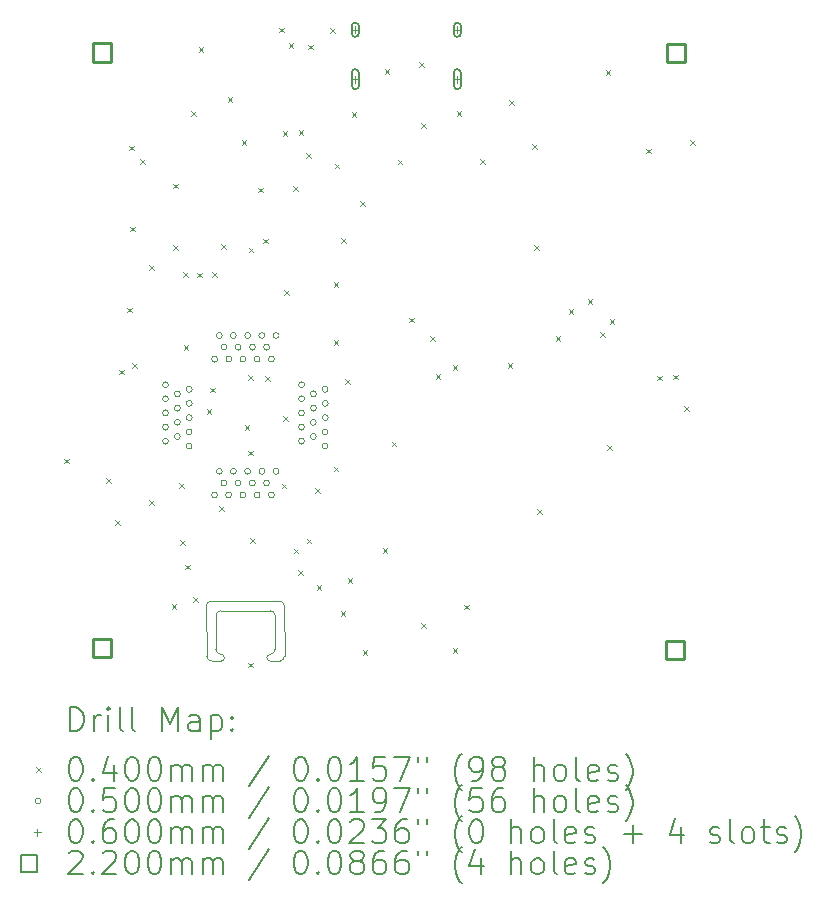
<source format=gbr>
%TF.GenerationSoftware,KiCad,Pcbnew,7.0.1*%
%TF.CreationDate,2023-04-07T20:32:14+02:00*%
%TF.ProjectId,ESP32 S3 MCU Socket,45535033-3220-4533-9320-4d435520536f,rev?*%
%TF.SameCoordinates,Original*%
%TF.FileFunction,Drillmap*%
%TF.FilePolarity,Positive*%
%FSLAX45Y45*%
G04 Gerber Fmt 4.5, Leading zero omitted, Abs format (unit mm)*
G04 Created by KiCad (PCBNEW 7.0.1) date 2023-04-07 20:32:14*
%MOMM*%
%LPD*%
G01*
G04 APERTURE LIST*
%ADD10C,0.100000*%
%ADD11C,0.200000*%
%ADD12C,0.040000*%
%ADD13C,0.050000*%
%ADD14C,0.060000*%
%ADD15C,0.220000*%
G04 APERTURE END LIST*
D10*
X14009613Y-11657563D02*
X14009662Y-11371563D01*
X13508963Y-11659008D02*
G75*
G03*
X13552007Y-11700008I41037J-12D01*
G01*
X13968665Y-11700613D02*
G75*
G03*
X14009665Y-11657563I-5J41054D01*
G01*
X13508959Y-11659008D02*
X13510007Y-11373008D01*
X14009665Y-11371563D02*
G75*
G03*
X13966613Y-11330564I-41046J3D01*
G01*
X14089000Y-11291460D02*
G75*
G03*
X14045948Y-11250460I-41020J30D01*
G01*
X13552007Y-11757432D02*
G75*
G03*
X13552007Y-11700008I3J28712D01*
G01*
X14045948Y-11250460D02*
X13469047Y-11248692D01*
X13428047Y-11291741D02*
X13429934Y-11715975D01*
X13472983Y-11756975D02*
X13552007Y-11757435D01*
X14089613Y-11714946D02*
X14088997Y-11291460D01*
X13429928Y-11715975D02*
G75*
G03*
X13472983Y-11756975I41082J35D01*
G01*
X13968665Y-11700621D02*
G75*
G03*
X13968665Y-11758039I5J-28709D01*
G01*
X14048665Y-11757995D02*
G75*
G03*
X14089665Y-11714946I25J41025D01*
G01*
X14048665Y-11757995D02*
X13968665Y-11758039D01*
X13551007Y-11329958D02*
G75*
G03*
X13510007Y-11373008I-7J-41042D01*
G01*
X13551007Y-11329959D02*
X13966613Y-11330563D01*
X13469047Y-11248689D02*
G75*
G03*
X13428048Y-11291741I3J-41051D01*
G01*
D11*
D12*
X12222750Y-10043000D02*
X12262750Y-10083000D01*
X12262750Y-10043000D02*
X12222750Y-10083000D01*
X12581000Y-10208000D02*
X12621000Y-10248000D01*
X12621000Y-10208000D02*
X12581000Y-10248000D01*
X12658000Y-10567000D02*
X12698000Y-10607000D01*
X12698000Y-10567000D02*
X12658000Y-10607000D01*
X12690564Y-9290565D02*
X12730564Y-9330565D01*
X12730564Y-9290565D02*
X12690564Y-9330565D01*
X12756450Y-8766000D02*
X12796450Y-8806000D01*
X12796450Y-8766000D02*
X12756450Y-8806000D01*
X12772000Y-7394000D02*
X12812000Y-7434000D01*
X12812000Y-7394000D02*
X12772000Y-7434000D01*
X12782000Y-8079000D02*
X12822000Y-8119000D01*
X12822000Y-8079000D02*
X12782000Y-8119000D01*
X12798000Y-9235000D02*
X12838000Y-9275000D01*
X12838000Y-9235000D02*
X12798000Y-9275000D01*
X12867000Y-7509000D02*
X12907000Y-7549000D01*
X12907000Y-7509000D02*
X12867000Y-7549000D01*
X12944000Y-10393000D02*
X12984000Y-10433000D01*
X12984000Y-10393000D02*
X12944000Y-10433000D01*
X12945000Y-8407000D02*
X12985000Y-8447000D01*
X12985000Y-8407000D02*
X12945000Y-8447000D01*
X13133000Y-11277000D02*
X13173000Y-11317000D01*
X13173000Y-11277000D02*
X13133000Y-11317000D01*
X13145500Y-7714500D02*
X13185500Y-7754500D01*
X13185500Y-7714500D02*
X13145500Y-7754500D01*
X13148750Y-8235000D02*
X13188750Y-8275000D01*
X13188750Y-8235000D02*
X13148750Y-8275000D01*
X13200301Y-10253301D02*
X13240301Y-10293301D01*
X13240301Y-10253301D02*
X13200301Y-10293301D01*
X13205398Y-10731602D02*
X13245398Y-10771602D01*
X13245398Y-10731602D02*
X13205398Y-10771602D01*
X13229000Y-8467050D02*
X13269000Y-8507050D01*
X13269000Y-8467050D02*
X13229000Y-8507050D01*
X13235550Y-9083000D02*
X13275550Y-9123000D01*
X13275550Y-9083000D02*
X13235550Y-9123000D01*
X13250000Y-10941000D02*
X13290000Y-10981000D01*
X13290000Y-10941000D02*
X13250000Y-10981000D01*
X13299500Y-7103500D02*
X13339500Y-7143500D01*
X13339500Y-7103500D02*
X13299500Y-7143500D01*
X13315000Y-11217000D02*
X13355000Y-11257000D01*
X13355000Y-11217000D02*
X13315000Y-11257000D01*
X13350000Y-8469000D02*
X13390000Y-8509000D01*
X13390000Y-8469000D02*
X13350000Y-8509000D01*
X13363000Y-6562000D02*
X13403000Y-6602000D01*
X13403000Y-6562000D02*
X13363000Y-6602000D01*
X13430424Y-9627026D02*
X13470424Y-9667026D01*
X13470424Y-9627026D02*
X13430424Y-9667026D01*
X13458612Y-9442000D02*
X13498612Y-9482000D01*
X13498612Y-9442000D02*
X13458612Y-9482000D01*
X13479000Y-8464450D02*
X13519000Y-8504450D01*
X13519000Y-8464450D02*
X13479000Y-8504450D01*
X13535000Y-10448000D02*
X13575000Y-10488000D01*
X13575000Y-10448000D02*
X13535000Y-10488000D01*
X13556000Y-8230000D02*
X13596000Y-8270000D01*
X13596000Y-8230000D02*
X13556000Y-8270000D01*
X13607000Y-6983000D02*
X13647000Y-7023000D01*
X13647000Y-6983000D02*
X13607000Y-7023000D01*
X13727000Y-7347250D02*
X13767000Y-7387250D01*
X13767000Y-7347250D02*
X13727000Y-7387250D01*
X13751000Y-9759000D02*
X13791000Y-9799000D01*
X13791000Y-9759000D02*
X13751000Y-9799000D01*
X13781000Y-9337000D02*
X13821000Y-9377000D01*
X13821000Y-9337000D02*
X13781000Y-9377000D01*
X13781337Y-9976663D02*
X13821337Y-10016663D01*
X13821337Y-9976663D02*
X13781337Y-10016663D01*
X13783000Y-11771000D02*
X13823000Y-11811000D01*
X13823000Y-11771000D02*
X13783000Y-11811000D01*
X13787000Y-8256550D02*
X13827000Y-8296550D01*
X13827000Y-8256550D02*
X13787000Y-8296550D01*
X13800000Y-10718000D02*
X13840000Y-10758000D01*
X13840000Y-10718000D02*
X13800000Y-10758000D01*
X13868428Y-7748596D02*
X13908428Y-7788596D01*
X13908428Y-7748596D02*
X13868428Y-7788596D01*
X13907526Y-8180550D02*
X13947526Y-8220550D01*
X13947526Y-8180550D02*
X13907526Y-8220550D01*
X13927000Y-9346000D02*
X13967000Y-9386000D01*
X13967000Y-9346000D02*
X13927000Y-9386000D01*
X14045000Y-6395000D02*
X14085000Y-6435000D01*
X14085000Y-6395000D02*
X14045000Y-6435000D01*
X14065000Y-10256000D02*
X14105000Y-10296000D01*
X14105000Y-10256000D02*
X14065000Y-10296000D01*
X14074000Y-7270000D02*
X14114000Y-7310000D01*
X14114000Y-7270000D02*
X14074000Y-7310000D01*
X14079163Y-9685837D02*
X14119163Y-9725837D01*
X14119163Y-9685837D02*
X14079163Y-9725837D01*
X14086000Y-8615000D02*
X14126000Y-8655000D01*
X14126000Y-8615000D02*
X14086000Y-8655000D01*
X14125528Y-6526201D02*
X14165528Y-6566201D01*
X14165528Y-6526201D02*
X14125528Y-6566201D01*
X14159784Y-7733842D02*
X14199784Y-7773842D01*
X14199784Y-7733842D02*
X14159784Y-7773842D01*
X14166000Y-10806000D02*
X14206000Y-10846000D01*
X14206000Y-10806000D02*
X14166000Y-10846000D01*
X14203000Y-10985000D02*
X14243000Y-11025000D01*
X14243000Y-10985000D02*
X14203000Y-11025000D01*
X14210000Y-7265000D02*
X14250000Y-7305000D01*
X14250000Y-7265000D02*
X14210000Y-7305000D01*
X14275000Y-7460000D02*
X14315000Y-7500000D01*
X14315000Y-7460000D02*
X14275000Y-7500000D01*
X14278000Y-10722000D02*
X14318000Y-10762000D01*
X14318000Y-10722000D02*
X14278000Y-10762000D01*
X14289000Y-6539000D02*
X14329000Y-6579000D01*
X14329000Y-6539000D02*
X14289000Y-6579000D01*
X14350000Y-10296000D02*
X14390000Y-10336000D01*
X14390000Y-10296000D02*
X14350000Y-10336000D01*
X14362000Y-11115000D02*
X14402000Y-11155000D01*
X14402000Y-11115000D02*
X14362000Y-11155000D01*
X14478000Y-6397000D02*
X14518000Y-6437000D01*
X14518000Y-6397000D02*
X14478000Y-6437000D01*
X14505000Y-9042000D02*
X14545000Y-9082000D01*
X14545000Y-9042000D02*
X14505000Y-9082000D01*
X14506000Y-8551000D02*
X14546000Y-8591000D01*
X14546000Y-8551000D02*
X14506000Y-8591000D01*
X14506000Y-10112000D02*
X14546000Y-10152000D01*
X14546000Y-10112000D02*
X14506000Y-10152000D01*
X14515000Y-7547000D02*
X14555000Y-7587000D01*
X14555000Y-7547000D02*
X14515000Y-7587000D01*
X14564000Y-11337000D02*
X14604000Y-11377000D01*
X14604000Y-11337000D02*
X14564000Y-11377000D01*
X14572000Y-8176000D02*
X14612000Y-8216000D01*
X14612000Y-8176000D02*
X14572000Y-8216000D01*
X14602000Y-9372000D02*
X14642000Y-9412000D01*
X14642000Y-9372000D02*
X14602000Y-9412000D01*
X14623000Y-11057000D02*
X14663000Y-11097000D01*
X14663000Y-11057000D02*
X14623000Y-11097000D01*
X14659000Y-7108000D02*
X14699000Y-7148000D01*
X14699000Y-7108000D02*
X14659000Y-7148000D01*
X14727000Y-7864000D02*
X14767000Y-7904000D01*
X14767000Y-7864000D02*
X14727000Y-7904000D01*
X14750000Y-11667000D02*
X14790000Y-11707000D01*
X14790000Y-11667000D02*
X14750000Y-11707000D01*
X14921000Y-10801000D02*
X14961000Y-10841000D01*
X14961000Y-10801000D02*
X14921000Y-10841000D01*
X14938000Y-6747000D02*
X14978000Y-6787000D01*
X14978000Y-6747000D02*
X14938000Y-6787000D01*
X14997000Y-9900000D02*
X15037000Y-9940000D01*
X15037000Y-9900000D02*
X14997000Y-9940000D01*
X15047000Y-7512000D02*
X15087000Y-7552000D01*
X15087000Y-7512000D02*
X15047000Y-7552000D01*
X15146000Y-8849000D02*
X15186000Y-8889000D01*
X15186000Y-8849000D02*
X15146000Y-8889000D01*
X15229000Y-6686000D02*
X15269000Y-6726000D01*
X15269000Y-6686000D02*
X15229000Y-6726000D01*
X15246000Y-7203000D02*
X15286000Y-7243000D01*
X15286000Y-7203000D02*
X15246000Y-7243000D01*
X15249000Y-11436000D02*
X15289000Y-11476000D01*
X15289000Y-11436000D02*
X15249000Y-11476000D01*
X15322000Y-9008000D02*
X15362000Y-9048000D01*
X15362000Y-9008000D02*
X15322000Y-9048000D01*
X15370000Y-9326000D02*
X15410000Y-9366000D01*
X15410000Y-9326000D02*
X15370000Y-9366000D01*
X15513000Y-9254000D02*
X15553000Y-9294000D01*
X15553000Y-9254000D02*
X15513000Y-9294000D01*
X15513000Y-11649000D02*
X15553000Y-11689000D01*
X15553000Y-11649000D02*
X15513000Y-11689000D01*
X15546000Y-7104000D02*
X15586000Y-7144000D01*
X15586000Y-7104000D02*
X15546000Y-7144000D01*
X15610000Y-11279000D02*
X15650000Y-11319000D01*
X15650000Y-11279000D02*
X15610000Y-11319000D01*
X15748000Y-7505000D02*
X15788000Y-7545000D01*
X15788000Y-7505000D02*
X15748000Y-7545000D01*
X15978000Y-9238000D02*
X16018000Y-9278000D01*
X16018000Y-9238000D02*
X15978000Y-9278000D01*
X15993000Y-7009000D02*
X16033000Y-7049000D01*
X16033000Y-7009000D02*
X15993000Y-7049000D01*
X16188000Y-7379000D02*
X16228000Y-7419000D01*
X16228000Y-7379000D02*
X16188000Y-7419000D01*
X16203000Y-8234000D02*
X16243000Y-8274000D01*
X16243000Y-8234000D02*
X16203000Y-8274000D01*
X16228000Y-10471550D02*
X16268000Y-10511550D01*
X16268000Y-10471550D02*
X16228000Y-10511550D01*
X16386000Y-9007000D02*
X16426000Y-9047000D01*
X16426000Y-9007000D02*
X16386000Y-9047000D01*
X16496000Y-8777000D02*
X16536000Y-8817000D01*
X16536000Y-8777000D02*
X16496000Y-8817000D01*
X16657000Y-8694000D02*
X16697000Y-8734000D01*
X16697000Y-8694000D02*
X16657000Y-8734000D01*
X16762337Y-8974663D02*
X16802337Y-9014663D01*
X16802337Y-8974663D02*
X16762337Y-9014663D01*
X16808000Y-6756750D02*
X16848000Y-6796750D01*
X16848000Y-6756750D02*
X16808000Y-6796750D01*
X16824000Y-9929000D02*
X16864000Y-9969000D01*
X16864000Y-9929000D02*
X16824000Y-9969000D01*
X16843000Y-8863000D02*
X16883000Y-8903000D01*
X16883000Y-8863000D02*
X16843000Y-8903000D01*
X17154000Y-7420000D02*
X17194000Y-7460000D01*
X17194000Y-7420000D02*
X17154000Y-7460000D01*
X17247000Y-9340000D02*
X17287000Y-9380000D01*
X17287000Y-9340000D02*
X17247000Y-9380000D01*
X17382000Y-9333000D02*
X17422000Y-9373000D01*
X17422000Y-9333000D02*
X17382000Y-9373000D01*
X17471000Y-9601000D02*
X17511000Y-9641000D01*
X17511000Y-9601000D02*
X17471000Y-9641000D01*
X17525000Y-7346000D02*
X17565000Y-7386000D01*
X17565000Y-7346000D02*
X17525000Y-7386000D01*
D13*
X13107000Y-9417000D02*
G75*
G03*
X13107000Y-9417000I-25000J0D01*
G01*
X13107000Y-9536000D02*
G75*
G03*
X13107000Y-9536000I-25000J0D01*
G01*
X13107000Y-9656000D02*
G75*
G03*
X13107000Y-9656000I-25000J0D01*
G01*
X13107000Y-9777000D02*
G75*
G03*
X13107000Y-9777000I-25000J0D01*
G01*
X13107000Y-9897000D02*
G75*
G03*
X13107000Y-9897000I-25000J0D01*
G01*
X13207000Y-9496000D02*
G75*
G03*
X13207000Y-9496000I-25000J0D01*
G01*
X13207000Y-9616000D02*
G75*
G03*
X13207000Y-9616000I-25000J0D01*
G01*
X13208000Y-9736000D02*
G75*
G03*
X13208000Y-9736000I-25000J0D01*
G01*
X13208000Y-9856000D02*
G75*
G03*
X13208000Y-9856000I-25000J0D01*
G01*
X13307000Y-9457000D02*
G75*
G03*
X13307000Y-9457000I-25000J0D01*
G01*
X13307000Y-9576000D02*
G75*
G03*
X13307000Y-9576000I-25000J0D01*
G01*
X13307000Y-9696000D02*
G75*
G03*
X13307000Y-9696000I-25000J0D01*
G01*
X13307000Y-9817000D02*
G75*
G03*
X13307000Y-9817000I-25000J0D01*
G01*
X13307000Y-9937000D02*
G75*
G03*
X13307000Y-9937000I-25000J0D01*
G01*
X13523000Y-9201000D02*
G75*
G03*
X13523000Y-9201000I-25000J0D01*
G01*
X13523000Y-10351000D02*
G75*
G03*
X13523000Y-10351000I-25000J0D01*
G01*
X13563000Y-9001000D02*
G75*
G03*
X13563000Y-9001000I-25000J0D01*
G01*
X13563000Y-10151000D02*
G75*
G03*
X13563000Y-10151000I-25000J0D01*
G01*
X13601000Y-10250000D02*
G75*
G03*
X13601000Y-10250000I-25000J0D01*
G01*
X13602000Y-9100000D02*
G75*
G03*
X13602000Y-9100000I-25000J0D01*
G01*
X13642000Y-10351000D02*
G75*
G03*
X13642000Y-10351000I-25000J0D01*
G01*
X13643000Y-9201000D02*
G75*
G03*
X13643000Y-9201000I-25000J0D01*
G01*
X13682000Y-9001000D02*
G75*
G03*
X13682000Y-9001000I-25000J0D01*
G01*
X13682000Y-10151000D02*
G75*
G03*
X13682000Y-10151000I-25000J0D01*
G01*
X13721000Y-10250000D02*
G75*
G03*
X13721000Y-10250000I-25000J0D01*
G01*
X13722000Y-9100000D02*
G75*
G03*
X13722000Y-9100000I-25000J0D01*
G01*
X13762000Y-9201000D02*
G75*
G03*
X13762000Y-9201000I-25000J0D01*
G01*
X13762000Y-10351000D02*
G75*
G03*
X13762000Y-10351000I-25000J0D01*
G01*
X13802000Y-9001000D02*
G75*
G03*
X13802000Y-9001000I-25000J0D01*
G01*
X13802000Y-10151000D02*
G75*
G03*
X13802000Y-10151000I-25000J0D01*
G01*
X13842000Y-10250000D02*
G75*
G03*
X13842000Y-10250000I-25000J0D01*
G01*
X13843000Y-9100000D02*
G75*
G03*
X13843000Y-9100000I-25000J0D01*
G01*
X13883000Y-9201000D02*
G75*
G03*
X13883000Y-9201000I-25000J0D01*
G01*
X13883000Y-10351000D02*
G75*
G03*
X13883000Y-10351000I-25000J0D01*
G01*
X13923000Y-9001000D02*
G75*
G03*
X13923000Y-9001000I-25000J0D01*
G01*
X13923000Y-10151000D02*
G75*
G03*
X13923000Y-10151000I-25000J0D01*
G01*
X13962000Y-10250000D02*
G75*
G03*
X13962000Y-10250000I-25000J0D01*
G01*
X13963000Y-9100000D02*
G75*
G03*
X13963000Y-9100000I-25000J0D01*
G01*
X14003000Y-9201000D02*
G75*
G03*
X14003000Y-9201000I-25000J0D01*
G01*
X14003000Y-10351000D02*
G75*
G03*
X14003000Y-10351000I-25000J0D01*
G01*
X14043000Y-9001000D02*
G75*
G03*
X14043000Y-9001000I-25000J0D01*
G01*
X14043000Y-10151000D02*
G75*
G03*
X14043000Y-10151000I-25000J0D01*
G01*
X14258000Y-9777000D02*
G75*
G03*
X14258000Y-9777000I-25000J0D01*
G01*
X14258000Y-9896000D02*
G75*
G03*
X14258000Y-9896000I-25000J0D01*
G01*
X14259000Y-9417000D02*
G75*
G03*
X14259000Y-9417000I-25000J0D01*
G01*
X14259000Y-9536000D02*
G75*
G03*
X14259000Y-9536000I-25000J0D01*
G01*
X14259000Y-9657000D02*
G75*
G03*
X14259000Y-9657000I-25000J0D01*
G01*
X14358000Y-9737000D02*
G75*
G03*
X14358000Y-9737000I-25000J0D01*
G01*
X14359000Y-9495000D02*
G75*
G03*
X14359000Y-9495000I-25000J0D01*
G01*
X14359000Y-9856000D02*
G75*
G03*
X14359000Y-9856000I-25000J0D01*
G01*
X14360000Y-9616000D02*
G75*
G03*
X14360000Y-9616000I-25000J0D01*
G01*
X14458000Y-9457000D02*
G75*
G03*
X14458000Y-9457000I-25000J0D01*
G01*
X14458000Y-9817000D02*
G75*
G03*
X14458000Y-9817000I-25000J0D01*
G01*
X14458000Y-9937000D02*
G75*
G03*
X14458000Y-9937000I-25000J0D01*
G01*
X14459000Y-9576000D02*
G75*
G03*
X14459000Y-9576000I-25000J0D01*
G01*
X14460000Y-9696000D02*
G75*
G03*
X14460000Y-9696000I-25000J0D01*
G01*
D14*
X14689000Y-6383000D02*
X14689000Y-6443000D01*
X14659000Y-6413000D02*
X14719000Y-6413000D01*
D11*
X14719000Y-6443000D02*
X14719000Y-6383000D01*
X14719000Y-6383000D02*
G75*
G03*
X14659000Y-6383000I-30000J0D01*
G01*
X14659000Y-6383000D02*
X14659000Y-6443000D01*
X14659000Y-6443000D02*
G75*
G03*
X14719000Y-6443000I30000J0D01*
G01*
D14*
X14689000Y-6801000D02*
X14689000Y-6861000D01*
X14659000Y-6831000D02*
X14719000Y-6831000D01*
D11*
X14719000Y-6886000D02*
X14719000Y-6776000D01*
X14719000Y-6776000D02*
G75*
G03*
X14659000Y-6776000I-30000J0D01*
G01*
X14659000Y-6776000D02*
X14659000Y-6886000D01*
X14659000Y-6886000D02*
G75*
G03*
X14719000Y-6886000I30000J0D01*
G01*
D14*
X15553000Y-6383000D02*
X15553000Y-6443000D01*
X15523000Y-6413000D02*
X15583000Y-6413000D01*
D11*
X15583000Y-6443000D02*
X15583000Y-6383000D01*
X15583000Y-6383000D02*
G75*
G03*
X15523000Y-6383000I-30000J0D01*
G01*
X15523000Y-6383000D02*
X15523000Y-6443000D01*
X15523000Y-6443000D02*
G75*
G03*
X15583000Y-6443000I30000J0D01*
G01*
D14*
X15553000Y-6801000D02*
X15553000Y-6861000D01*
X15523000Y-6831000D02*
X15583000Y-6831000D01*
D11*
X15583000Y-6886000D02*
X15583000Y-6776000D01*
X15583000Y-6776000D02*
G75*
G03*
X15523000Y-6776000I-30000J0D01*
G01*
X15523000Y-6776000D02*
X15523000Y-6886000D01*
X15523000Y-6886000D02*
G75*
G03*
X15583000Y-6886000I30000J0D01*
G01*
D15*
X12621782Y-11724782D02*
X12621782Y-11569217D01*
X12466217Y-11569217D01*
X12466217Y-11724782D01*
X12621782Y-11724782D01*
X12622782Y-6681782D02*
X12622782Y-6526217D01*
X12467217Y-6526217D01*
X12467217Y-6681782D01*
X12622782Y-6681782D01*
X17471783Y-11739782D02*
X17471783Y-11584217D01*
X17316218Y-11584217D01*
X17316218Y-11739782D01*
X17471783Y-11739782D01*
X17480783Y-6685782D02*
X17480783Y-6530217D01*
X17325218Y-6530217D01*
X17325218Y-6685782D01*
X17480783Y-6685782D01*
D11*
X12274841Y-12350475D02*
X12274841Y-12150475D01*
X12274841Y-12150475D02*
X12322460Y-12150475D01*
X12322460Y-12150475D02*
X12351032Y-12159999D01*
X12351032Y-12159999D02*
X12370080Y-12179047D01*
X12370080Y-12179047D02*
X12379603Y-12198094D01*
X12379603Y-12198094D02*
X12389127Y-12236189D01*
X12389127Y-12236189D02*
X12389127Y-12264761D01*
X12389127Y-12264761D02*
X12379603Y-12302856D01*
X12379603Y-12302856D02*
X12370080Y-12321904D01*
X12370080Y-12321904D02*
X12351032Y-12340951D01*
X12351032Y-12340951D02*
X12322460Y-12350475D01*
X12322460Y-12350475D02*
X12274841Y-12350475D01*
X12474841Y-12350475D02*
X12474841Y-12217142D01*
X12474841Y-12255237D02*
X12484365Y-12236189D01*
X12484365Y-12236189D02*
X12493889Y-12226666D01*
X12493889Y-12226666D02*
X12512937Y-12217142D01*
X12512937Y-12217142D02*
X12531984Y-12217142D01*
X12598651Y-12350475D02*
X12598651Y-12217142D01*
X12598651Y-12150475D02*
X12589127Y-12159999D01*
X12589127Y-12159999D02*
X12598651Y-12169523D01*
X12598651Y-12169523D02*
X12608175Y-12159999D01*
X12608175Y-12159999D02*
X12598651Y-12150475D01*
X12598651Y-12150475D02*
X12598651Y-12169523D01*
X12722460Y-12350475D02*
X12703413Y-12340951D01*
X12703413Y-12340951D02*
X12693889Y-12321904D01*
X12693889Y-12321904D02*
X12693889Y-12150475D01*
X12827222Y-12350475D02*
X12808175Y-12340951D01*
X12808175Y-12340951D02*
X12798651Y-12321904D01*
X12798651Y-12321904D02*
X12798651Y-12150475D01*
X13055794Y-12350475D02*
X13055794Y-12150475D01*
X13055794Y-12150475D02*
X13122461Y-12293332D01*
X13122461Y-12293332D02*
X13189127Y-12150475D01*
X13189127Y-12150475D02*
X13189127Y-12350475D01*
X13370080Y-12350475D02*
X13370080Y-12245713D01*
X13370080Y-12245713D02*
X13360556Y-12226666D01*
X13360556Y-12226666D02*
X13341508Y-12217142D01*
X13341508Y-12217142D02*
X13303413Y-12217142D01*
X13303413Y-12217142D02*
X13284365Y-12226666D01*
X13370080Y-12340951D02*
X13351032Y-12350475D01*
X13351032Y-12350475D02*
X13303413Y-12350475D01*
X13303413Y-12350475D02*
X13284365Y-12340951D01*
X13284365Y-12340951D02*
X13274841Y-12321904D01*
X13274841Y-12321904D02*
X13274841Y-12302856D01*
X13274841Y-12302856D02*
X13284365Y-12283809D01*
X13284365Y-12283809D02*
X13303413Y-12274285D01*
X13303413Y-12274285D02*
X13351032Y-12274285D01*
X13351032Y-12274285D02*
X13370080Y-12264761D01*
X13465318Y-12217142D02*
X13465318Y-12417142D01*
X13465318Y-12226666D02*
X13484365Y-12217142D01*
X13484365Y-12217142D02*
X13522461Y-12217142D01*
X13522461Y-12217142D02*
X13541508Y-12226666D01*
X13541508Y-12226666D02*
X13551032Y-12236189D01*
X13551032Y-12236189D02*
X13560556Y-12255237D01*
X13560556Y-12255237D02*
X13560556Y-12312380D01*
X13560556Y-12312380D02*
X13551032Y-12331428D01*
X13551032Y-12331428D02*
X13541508Y-12340951D01*
X13541508Y-12340951D02*
X13522461Y-12350475D01*
X13522461Y-12350475D02*
X13484365Y-12350475D01*
X13484365Y-12350475D02*
X13465318Y-12340951D01*
X13646270Y-12331428D02*
X13655794Y-12340951D01*
X13655794Y-12340951D02*
X13646270Y-12350475D01*
X13646270Y-12350475D02*
X13636746Y-12340951D01*
X13636746Y-12340951D02*
X13646270Y-12331428D01*
X13646270Y-12331428D02*
X13646270Y-12350475D01*
X13646270Y-12226666D02*
X13655794Y-12236189D01*
X13655794Y-12236189D02*
X13646270Y-12245713D01*
X13646270Y-12245713D02*
X13636746Y-12236189D01*
X13636746Y-12236189D02*
X13646270Y-12226666D01*
X13646270Y-12226666D02*
X13646270Y-12245713D01*
D12*
X11987222Y-12657951D02*
X12027222Y-12697951D01*
X12027222Y-12657951D02*
X11987222Y-12697951D01*
D11*
X12312937Y-12570475D02*
X12331984Y-12570475D01*
X12331984Y-12570475D02*
X12351032Y-12579999D01*
X12351032Y-12579999D02*
X12360556Y-12589523D01*
X12360556Y-12589523D02*
X12370080Y-12608570D01*
X12370080Y-12608570D02*
X12379603Y-12646666D01*
X12379603Y-12646666D02*
X12379603Y-12694285D01*
X12379603Y-12694285D02*
X12370080Y-12732380D01*
X12370080Y-12732380D02*
X12360556Y-12751428D01*
X12360556Y-12751428D02*
X12351032Y-12760951D01*
X12351032Y-12760951D02*
X12331984Y-12770475D01*
X12331984Y-12770475D02*
X12312937Y-12770475D01*
X12312937Y-12770475D02*
X12293889Y-12760951D01*
X12293889Y-12760951D02*
X12284365Y-12751428D01*
X12284365Y-12751428D02*
X12274841Y-12732380D01*
X12274841Y-12732380D02*
X12265318Y-12694285D01*
X12265318Y-12694285D02*
X12265318Y-12646666D01*
X12265318Y-12646666D02*
X12274841Y-12608570D01*
X12274841Y-12608570D02*
X12284365Y-12589523D01*
X12284365Y-12589523D02*
X12293889Y-12579999D01*
X12293889Y-12579999D02*
X12312937Y-12570475D01*
X12465318Y-12751428D02*
X12474841Y-12760951D01*
X12474841Y-12760951D02*
X12465318Y-12770475D01*
X12465318Y-12770475D02*
X12455794Y-12760951D01*
X12455794Y-12760951D02*
X12465318Y-12751428D01*
X12465318Y-12751428D02*
X12465318Y-12770475D01*
X12646270Y-12637142D02*
X12646270Y-12770475D01*
X12598651Y-12560951D02*
X12551032Y-12703809D01*
X12551032Y-12703809D02*
X12674841Y-12703809D01*
X12789127Y-12570475D02*
X12808175Y-12570475D01*
X12808175Y-12570475D02*
X12827222Y-12579999D01*
X12827222Y-12579999D02*
X12836746Y-12589523D01*
X12836746Y-12589523D02*
X12846270Y-12608570D01*
X12846270Y-12608570D02*
X12855794Y-12646666D01*
X12855794Y-12646666D02*
X12855794Y-12694285D01*
X12855794Y-12694285D02*
X12846270Y-12732380D01*
X12846270Y-12732380D02*
X12836746Y-12751428D01*
X12836746Y-12751428D02*
X12827222Y-12760951D01*
X12827222Y-12760951D02*
X12808175Y-12770475D01*
X12808175Y-12770475D02*
X12789127Y-12770475D01*
X12789127Y-12770475D02*
X12770080Y-12760951D01*
X12770080Y-12760951D02*
X12760556Y-12751428D01*
X12760556Y-12751428D02*
X12751032Y-12732380D01*
X12751032Y-12732380D02*
X12741508Y-12694285D01*
X12741508Y-12694285D02*
X12741508Y-12646666D01*
X12741508Y-12646666D02*
X12751032Y-12608570D01*
X12751032Y-12608570D02*
X12760556Y-12589523D01*
X12760556Y-12589523D02*
X12770080Y-12579999D01*
X12770080Y-12579999D02*
X12789127Y-12570475D01*
X12979603Y-12570475D02*
X12998651Y-12570475D01*
X12998651Y-12570475D02*
X13017699Y-12579999D01*
X13017699Y-12579999D02*
X13027222Y-12589523D01*
X13027222Y-12589523D02*
X13036746Y-12608570D01*
X13036746Y-12608570D02*
X13046270Y-12646666D01*
X13046270Y-12646666D02*
X13046270Y-12694285D01*
X13046270Y-12694285D02*
X13036746Y-12732380D01*
X13036746Y-12732380D02*
X13027222Y-12751428D01*
X13027222Y-12751428D02*
X13017699Y-12760951D01*
X13017699Y-12760951D02*
X12998651Y-12770475D01*
X12998651Y-12770475D02*
X12979603Y-12770475D01*
X12979603Y-12770475D02*
X12960556Y-12760951D01*
X12960556Y-12760951D02*
X12951032Y-12751428D01*
X12951032Y-12751428D02*
X12941508Y-12732380D01*
X12941508Y-12732380D02*
X12931984Y-12694285D01*
X12931984Y-12694285D02*
X12931984Y-12646666D01*
X12931984Y-12646666D02*
X12941508Y-12608570D01*
X12941508Y-12608570D02*
X12951032Y-12589523D01*
X12951032Y-12589523D02*
X12960556Y-12579999D01*
X12960556Y-12579999D02*
X12979603Y-12570475D01*
X13131984Y-12770475D02*
X13131984Y-12637142D01*
X13131984Y-12656189D02*
X13141508Y-12646666D01*
X13141508Y-12646666D02*
X13160556Y-12637142D01*
X13160556Y-12637142D02*
X13189127Y-12637142D01*
X13189127Y-12637142D02*
X13208175Y-12646666D01*
X13208175Y-12646666D02*
X13217699Y-12665713D01*
X13217699Y-12665713D02*
X13217699Y-12770475D01*
X13217699Y-12665713D02*
X13227222Y-12646666D01*
X13227222Y-12646666D02*
X13246270Y-12637142D01*
X13246270Y-12637142D02*
X13274841Y-12637142D01*
X13274841Y-12637142D02*
X13293889Y-12646666D01*
X13293889Y-12646666D02*
X13303413Y-12665713D01*
X13303413Y-12665713D02*
X13303413Y-12770475D01*
X13398651Y-12770475D02*
X13398651Y-12637142D01*
X13398651Y-12656189D02*
X13408175Y-12646666D01*
X13408175Y-12646666D02*
X13427222Y-12637142D01*
X13427222Y-12637142D02*
X13455794Y-12637142D01*
X13455794Y-12637142D02*
X13474842Y-12646666D01*
X13474842Y-12646666D02*
X13484365Y-12665713D01*
X13484365Y-12665713D02*
X13484365Y-12770475D01*
X13484365Y-12665713D02*
X13493889Y-12646666D01*
X13493889Y-12646666D02*
X13512937Y-12637142D01*
X13512937Y-12637142D02*
X13541508Y-12637142D01*
X13541508Y-12637142D02*
X13560556Y-12646666D01*
X13560556Y-12646666D02*
X13570080Y-12665713D01*
X13570080Y-12665713D02*
X13570080Y-12770475D01*
X13960556Y-12560951D02*
X13789127Y-12818094D01*
X14217699Y-12570475D02*
X14236746Y-12570475D01*
X14236746Y-12570475D02*
X14255794Y-12579999D01*
X14255794Y-12579999D02*
X14265318Y-12589523D01*
X14265318Y-12589523D02*
X14274842Y-12608570D01*
X14274842Y-12608570D02*
X14284365Y-12646666D01*
X14284365Y-12646666D02*
X14284365Y-12694285D01*
X14284365Y-12694285D02*
X14274842Y-12732380D01*
X14274842Y-12732380D02*
X14265318Y-12751428D01*
X14265318Y-12751428D02*
X14255794Y-12760951D01*
X14255794Y-12760951D02*
X14236746Y-12770475D01*
X14236746Y-12770475D02*
X14217699Y-12770475D01*
X14217699Y-12770475D02*
X14198651Y-12760951D01*
X14198651Y-12760951D02*
X14189127Y-12751428D01*
X14189127Y-12751428D02*
X14179604Y-12732380D01*
X14179604Y-12732380D02*
X14170080Y-12694285D01*
X14170080Y-12694285D02*
X14170080Y-12646666D01*
X14170080Y-12646666D02*
X14179604Y-12608570D01*
X14179604Y-12608570D02*
X14189127Y-12589523D01*
X14189127Y-12589523D02*
X14198651Y-12579999D01*
X14198651Y-12579999D02*
X14217699Y-12570475D01*
X14370080Y-12751428D02*
X14379604Y-12760951D01*
X14379604Y-12760951D02*
X14370080Y-12770475D01*
X14370080Y-12770475D02*
X14360556Y-12760951D01*
X14360556Y-12760951D02*
X14370080Y-12751428D01*
X14370080Y-12751428D02*
X14370080Y-12770475D01*
X14503413Y-12570475D02*
X14522461Y-12570475D01*
X14522461Y-12570475D02*
X14541508Y-12579999D01*
X14541508Y-12579999D02*
X14551032Y-12589523D01*
X14551032Y-12589523D02*
X14560556Y-12608570D01*
X14560556Y-12608570D02*
X14570080Y-12646666D01*
X14570080Y-12646666D02*
X14570080Y-12694285D01*
X14570080Y-12694285D02*
X14560556Y-12732380D01*
X14560556Y-12732380D02*
X14551032Y-12751428D01*
X14551032Y-12751428D02*
X14541508Y-12760951D01*
X14541508Y-12760951D02*
X14522461Y-12770475D01*
X14522461Y-12770475D02*
X14503413Y-12770475D01*
X14503413Y-12770475D02*
X14484365Y-12760951D01*
X14484365Y-12760951D02*
X14474842Y-12751428D01*
X14474842Y-12751428D02*
X14465318Y-12732380D01*
X14465318Y-12732380D02*
X14455794Y-12694285D01*
X14455794Y-12694285D02*
X14455794Y-12646666D01*
X14455794Y-12646666D02*
X14465318Y-12608570D01*
X14465318Y-12608570D02*
X14474842Y-12589523D01*
X14474842Y-12589523D02*
X14484365Y-12579999D01*
X14484365Y-12579999D02*
X14503413Y-12570475D01*
X14760556Y-12770475D02*
X14646270Y-12770475D01*
X14703413Y-12770475D02*
X14703413Y-12570475D01*
X14703413Y-12570475D02*
X14684365Y-12599047D01*
X14684365Y-12599047D02*
X14665318Y-12618094D01*
X14665318Y-12618094D02*
X14646270Y-12627618D01*
X14941508Y-12570475D02*
X14846270Y-12570475D01*
X14846270Y-12570475D02*
X14836746Y-12665713D01*
X14836746Y-12665713D02*
X14846270Y-12656189D01*
X14846270Y-12656189D02*
X14865318Y-12646666D01*
X14865318Y-12646666D02*
X14912937Y-12646666D01*
X14912937Y-12646666D02*
X14931985Y-12656189D01*
X14931985Y-12656189D02*
X14941508Y-12665713D01*
X14941508Y-12665713D02*
X14951032Y-12684761D01*
X14951032Y-12684761D02*
X14951032Y-12732380D01*
X14951032Y-12732380D02*
X14941508Y-12751428D01*
X14941508Y-12751428D02*
X14931985Y-12760951D01*
X14931985Y-12760951D02*
X14912937Y-12770475D01*
X14912937Y-12770475D02*
X14865318Y-12770475D01*
X14865318Y-12770475D02*
X14846270Y-12760951D01*
X14846270Y-12760951D02*
X14836746Y-12751428D01*
X15017699Y-12570475D02*
X15151032Y-12570475D01*
X15151032Y-12570475D02*
X15065318Y-12770475D01*
X15217699Y-12570475D02*
X15217699Y-12608570D01*
X15293889Y-12570475D02*
X15293889Y-12608570D01*
X15589128Y-12846666D02*
X15579604Y-12837142D01*
X15579604Y-12837142D02*
X15560556Y-12808570D01*
X15560556Y-12808570D02*
X15551032Y-12789523D01*
X15551032Y-12789523D02*
X15541508Y-12760951D01*
X15541508Y-12760951D02*
X15531985Y-12713332D01*
X15531985Y-12713332D02*
X15531985Y-12675237D01*
X15531985Y-12675237D02*
X15541508Y-12627618D01*
X15541508Y-12627618D02*
X15551032Y-12599047D01*
X15551032Y-12599047D02*
X15560556Y-12579999D01*
X15560556Y-12579999D02*
X15579604Y-12551428D01*
X15579604Y-12551428D02*
X15589128Y-12541904D01*
X15674842Y-12770475D02*
X15712937Y-12770475D01*
X15712937Y-12770475D02*
X15731985Y-12760951D01*
X15731985Y-12760951D02*
X15741508Y-12751428D01*
X15741508Y-12751428D02*
X15760556Y-12722856D01*
X15760556Y-12722856D02*
X15770080Y-12684761D01*
X15770080Y-12684761D02*
X15770080Y-12608570D01*
X15770080Y-12608570D02*
X15760556Y-12589523D01*
X15760556Y-12589523D02*
X15751032Y-12579999D01*
X15751032Y-12579999D02*
X15731985Y-12570475D01*
X15731985Y-12570475D02*
X15693889Y-12570475D01*
X15693889Y-12570475D02*
X15674842Y-12579999D01*
X15674842Y-12579999D02*
X15665318Y-12589523D01*
X15665318Y-12589523D02*
X15655794Y-12608570D01*
X15655794Y-12608570D02*
X15655794Y-12656189D01*
X15655794Y-12656189D02*
X15665318Y-12675237D01*
X15665318Y-12675237D02*
X15674842Y-12684761D01*
X15674842Y-12684761D02*
X15693889Y-12694285D01*
X15693889Y-12694285D02*
X15731985Y-12694285D01*
X15731985Y-12694285D02*
X15751032Y-12684761D01*
X15751032Y-12684761D02*
X15760556Y-12675237D01*
X15760556Y-12675237D02*
X15770080Y-12656189D01*
X15884366Y-12656189D02*
X15865318Y-12646666D01*
X15865318Y-12646666D02*
X15855794Y-12637142D01*
X15855794Y-12637142D02*
X15846270Y-12618094D01*
X15846270Y-12618094D02*
X15846270Y-12608570D01*
X15846270Y-12608570D02*
X15855794Y-12589523D01*
X15855794Y-12589523D02*
X15865318Y-12579999D01*
X15865318Y-12579999D02*
X15884366Y-12570475D01*
X15884366Y-12570475D02*
X15922461Y-12570475D01*
X15922461Y-12570475D02*
X15941508Y-12579999D01*
X15941508Y-12579999D02*
X15951032Y-12589523D01*
X15951032Y-12589523D02*
X15960556Y-12608570D01*
X15960556Y-12608570D02*
X15960556Y-12618094D01*
X15960556Y-12618094D02*
X15951032Y-12637142D01*
X15951032Y-12637142D02*
X15941508Y-12646666D01*
X15941508Y-12646666D02*
X15922461Y-12656189D01*
X15922461Y-12656189D02*
X15884366Y-12656189D01*
X15884366Y-12656189D02*
X15865318Y-12665713D01*
X15865318Y-12665713D02*
X15855794Y-12675237D01*
X15855794Y-12675237D02*
X15846270Y-12694285D01*
X15846270Y-12694285D02*
X15846270Y-12732380D01*
X15846270Y-12732380D02*
X15855794Y-12751428D01*
X15855794Y-12751428D02*
X15865318Y-12760951D01*
X15865318Y-12760951D02*
X15884366Y-12770475D01*
X15884366Y-12770475D02*
X15922461Y-12770475D01*
X15922461Y-12770475D02*
X15941508Y-12760951D01*
X15941508Y-12760951D02*
X15951032Y-12751428D01*
X15951032Y-12751428D02*
X15960556Y-12732380D01*
X15960556Y-12732380D02*
X15960556Y-12694285D01*
X15960556Y-12694285D02*
X15951032Y-12675237D01*
X15951032Y-12675237D02*
X15941508Y-12665713D01*
X15941508Y-12665713D02*
X15922461Y-12656189D01*
X16198651Y-12770475D02*
X16198651Y-12570475D01*
X16284366Y-12770475D02*
X16284366Y-12665713D01*
X16284366Y-12665713D02*
X16274842Y-12646666D01*
X16274842Y-12646666D02*
X16255794Y-12637142D01*
X16255794Y-12637142D02*
X16227223Y-12637142D01*
X16227223Y-12637142D02*
X16208175Y-12646666D01*
X16208175Y-12646666D02*
X16198651Y-12656189D01*
X16408175Y-12770475D02*
X16389128Y-12760951D01*
X16389128Y-12760951D02*
X16379604Y-12751428D01*
X16379604Y-12751428D02*
X16370080Y-12732380D01*
X16370080Y-12732380D02*
X16370080Y-12675237D01*
X16370080Y-12675237D02*
X16379604Y-12656189D01*
X16379604Y-12656189D02*
X16389128Y-12646666D01*
X16389128Y-12646666D02*
X16408175Y-12637142D01*
X16408175Y-12637142D02*
X16436747Y-12637142D01*
X16436747Y-12637142D02*
X16455794Y-12646666D01*
X16455794Y-12646666D02*
X16465318Y-12656189D01*
X16465318Y-12656189D02*
X16474842Y-12675237D01*
X16474842Y-12675237D02*
X16474842Y-12732380D01*
X16474842Y-12732380D02*
X16465318Y-12751428D01*
X16465318Y-12751428D02*
X16455794Y-12760951D01*
X16455794Y-12760951D02*
X16436747Y-12770475D01*
X16436747Y-12770475D02*
X16408175Y-12770475D01*
X16589128Y-12770475D02*
X16570080Y-12760951D01*
X16570080Y-12760951D02*
X16560556Y-12741904D01*
X16560556Y-12741904D02*
X16560556Y-12570475D01*
X16741509Y-12760951D02*
X16722461Y-12770475D01*
X16722461Y-12770475D02*
X16684366Y-12770475D01*
X16684366Y-12770475D02*
X16665318Y-12760951D01*
X16665318Y-12760951D02*
X16655794Y-12741904D01*
X16655794Y-12741904D02*
X16655794Y-12665713D01*
X16655794Y-12665713D02*
X16665318Y-12646666D01*
X16665318Y-12646666D02*
X16684366Y-12637142D01*
X16684366Y-12637142D02*
X16722461Y-12637142D01*
X16722461Y-12637142D02*
X16741509Y-12646666D01*
X16741509Y-12646666D02*
X16751032Y-12665713D01*
X16751032Y-12665713D02*
X16751032Y-12684761D01*
X16751032Y-12684761D02*
X16655794Y-12703809D01*
X16827223Y-12760951D02*
X16846271Y-12770475D01*
X16846271Y-12770475D02*
X16884366Y-12770475D01*
X16884366Y-12770475D02*
X16903413Y-12760951D01*
X16903413Y-12760951D02*
X16912937Y-12741904D01*
X16912937Y-12741904D02*
X16912937Y-12732380D01*
X16912937Y-12732380D02*
X16903413Y-12713332D01*
X16903413Y-12713332D02*
X16884366Y-12703809D01*
X16884366Y-12703809D02*
X16855794Y-12703809D01*
X16855794Y-12703809D02*
X16836747Y-12694285D01*
X16836747Y-12694285D02*
X16827223Y-12675237D01*
X16827223Y-12675237D02*
X16827223Y-12665713D01*
X16827223Y-12665713D02*
X16836747Y-12646666D01*
X16836747Y-12646666D02*
X16855794Y-12637142D01*
X16855794Y-12637142D02*
X16884366Y-12637142D01*
X16884366Y-12637142D02*
X16903413Y-12646666D01*
X16979604Y-12846666D02*
X16989128Y-12837142D01*
X16989128Y-12837142D02*
X17008175Y-12808570D01*
X17008175Y-12808570D02*
X17017699Y-12789523D01*
X17017699Y-12789523D02*
X17027223Y-12760951D01*
X17027223Y-12760951D02*
X17036747Y-12713332D01*
X17036747Y-12713332D02*
X17036747Y-12675237D01*
X17036747Y-12675237D02*
X17027223Y-12627618D01*
X17027223Y-12627618D02*
X17017699Y-12599047D01*
X17017699Y-12599047D02*
X17008175Y-12579999D01*
X17008175Y-12579999D02*
X16989128Y-12551428D01*
X16989128Y-12551428D02*
X16979604Y-12541904D01*
D13*
X12027222Y-12941951D02*
G75*
G03*
X12027222Y-12941951I-25000J0D01*
G01*
D11*
X12312937Y-12834475D02*
X12331984Y-12834475D01*
X12331984Y-12834475D02*
X12351032Y-12843999D01*
X12351032Y-12843999D02*
X12360556Y-12853523D01*
X12360556Y-12853523D02*
X12370080Y-12872570D01*
X12370080Y-12872570D02*
X12379603Y-12910666D01*
X12379603Y-12910666D02*
X12379603Y-12958285D01*
X12379603Y-12958285D02*
X12370080Y-12996380D01*
X12370080Y-12996380D02*
X12360556Y-13015428D01*
X12360556Y-13015428D02*
X12351032Y-13024951D01*
X12351032Y-13024951D02*
X12331984Y-13034475D01*
X12331984Y-13034475D02*
X12312937Y-13034475D01*
X12312937Y-13034475D02*
X12293889Y-13024951D01*
X12293889Y-13024951D02*
X12284365Y-13015428D01*
X12284365Y-13015428D02*
X12274841Y-12996380D01*
X12274841Y-12996380D02*
X12265318Y-12958285D01*
X12265318Y-12958285D02*
X12265318Y-12910666D01*
X12265318Y-12910666D02*
X12274841Y-12872570D01*
X12274841Y-12872570D02*
X12284365Y-12853523D01*
X12284365Y-12853523D02*
X12293889Y-12843999D01*
X12293889Y-12843999D02*
X12312937Y-12834475D01*
X12465318Y-13015428D02*
X12474841Y-13024951D01*
X12474841Y-13024951D02*
X12465318Y-13034475D01*
X12465318Y-13034475D02*
X12455794Y-13024951D01*
X12455794Y-13024951D02*
X12465318Y-13015428D01*
X12465318Y-13015428D02*
X12465318Y-13034475D01*
X12655794Y-12834475D02*
X12560556Y-12834475D01*
X12560556Y-12834475D02*
X12551032Y-12929713D01*
X12551032Y-12929713D02*
X12560556Y-12920189D01*
X12560556Y-12920189D02*
X12579603Y-12910666D01*
X12579603Y-12910666D02*
X12627222Y-12910666D01*
X12627222Y-12910666D02*
X12646270Y-12920189D01*
X12646270Y-12920189D02*
X12655794Y-12929713D01*
X12655794Y-12929713D02*
X12665318Y-12948761D01*
X12665318Y-12948761D02*
X12665318Y-12996380D01*
X12665318Y-12996380D02*
X12655794Y-13015428D01*
X12655794Y-13015428D02*
X12646270Y-13024951D01*
X12646270Y-13024951D02*
X12627222Y-13034475D01*
X12627222Y-13034475D02*
X12579603Y-13034475D01*
X12579603Y-13034475D02*
X12560556Y-13024951D01*
X12560556Y-13024951D02*
X12551032Y-13015428D01*
X12789127Y-12834475D02*
X12808175Y-12834475D01*
X12808175Y-12834475D02*
X12827222Y-12843999D01*
X12827222Y-12843999D02*
X12836746Y-12853523D01*
X12836746Y-12853523D02*
X12846270Y-12872570D01*
X12846270Y-12872570D02*
X12855794Y-12910666D01*
X12855794Y-12910666D02*
X12855794Y-12958285D01*
X12855794Y-12958285D02*
X12846270Y-12996380D01*
X12846270Y-12996380D02*
X12836746Y-13015428D01*
X12836746Y-13015428D02*
X12827222Y-13024951D01*
X12827222Y-13024951D02*
X12808175Y-13034475D01*
X12808175Y-13034475D02*
X12789127Y-13034475D01*
X12789127Y-13034475D02*
X12770080Y-13024951D01*
X12770080Y-13024951D02*
X12760556Y-13015428D01*
X12760556Y-13015428D02*
X12751032Y-12996380D01*
X12751032Y-12996380D02*
X12741508Y-12958285D01*
X12741508Y-12958285D02*
X12741508Y-12910666D01*
X12741508Y-12910666D02*
X12751032Y-12872570D01*
X12751032Y-12872570D02*
X12760556Y-12853523D01*
X12760556Y-12853523D02*
X12770080Y-12843999D01*
X12770080Y-12843999D02*
X12789127Y-12834475D01*
X12979603Y-12834475D02*
X12998651Y-12834475D01*
X12998651Y-12834475D02*
X13017699Y-12843999D01*
X13017699Y-12843999D02*
X13027222Y-12853523D01*
X13027222Y-12853523D02*
X13036746Y-12872570D01*
X13036746Y-12872570D02*
X13046270Y-12910666D01*
X13046270Y-12910666D02*
X13046270Y-12958285D01*
X13046270Y-12958285D02*
X13036746Y-12996380D01*
X13036746Y-12996380D02*
X13027222Y-13015428D01*
X13027222Y-13015428D02*
X13017699Y-13024951D01*
X13017699Y-13024951D02*
X12998651Y-13034475D01*
X12998651Y-13034475D02*
X12979603Y-13034475D01*
X12979603Y-13034475D02*
X12960556Y-13024951D01*
X12960556Y-13024951D02*
X12951032Y-13015428D01*
X12951032Y-13015428D02*
X12941508Y-12996380D01*
X12941508Y-12996380D02*
X12931984Y-12958285D01*
X12931984Y-12958285D02*
X12931984Y-12910666D01*
X12931984Y-12910666D02*
X12941508Y-12872570D01*
X12941508Y-12872570D02*
X12951032Y-12853523D01*
X12951032Y-12853523D02*
X12960556Y-12843999D01*
X12960556Y-12843999D02*
X12979603Y-12834475D01*
X13131984Y-13034475D02*
X13131984Y-12901142D01*
X13131984Y-12920189D02*
X13141508Y-12910666D01*
X13141508Y-12910666D02*
X13160556Y-12901142D01*
X13160556Y-12901142D02*
X13189127Y-12901142D01*
X13189127Y-12901142D02*
X13208175Y-12910666D01*
X13208175Y-12910666D02*
X13217699Y-12929713D01*
X13217699Y-12929713D02*
X13217699Y-13034475D01*
X13217699Y-12929713D02*
X13227222Y-12910666D01*
X13227222Y-12910666D02*
X13246270Y-12901142D01*
X13246270Y-12901142D02*
X13274841Y-12901142D01*
X13274841Y-12901142D02*
X13293889Y-12910666D01*
X13293889Y-12910666D02*
X13303413Y-12929713D01*
X13303413Y-12929713D02*
X13303413Y-13034475D01*
X13398651Y-13034475D02*
X13398651Y-12901142D01*
X13398651Y-12920189D02*
X13408175Y-12910666D01*
X13408175Y-12910666D02*
X13427222Y-12901142D01*
X13427222Y-12901142D02*
X13455794Y-12901142D01*
X13455794Y-12901142D02*
X13474842Y-12910666D01*
X13474842Y-12910666D02*
X13484365Y-12929713D01*
X13484365Y-12929713D02*
X13484365Y-13034475D01*
X13484365Y-12929713D02*
X13493889Y-12910666D01*
X13493889Y-12910666D02*
X13512937Y-12901142D01*
X13512937Y-12901142D02*
X13541508Y-12901142D01*
X13541508Y-12901142D02*
X13560556Y-12910666D01*
X13560556Y-12910666D02*
X13570080Y-12929713D01*
X13570080Y-12929713D02*
X13570080Y-13034475D01*
X13960556Y-12824951D02*
X13789127Y-13082094D01*
X14217699Y-12834475D02*
X14236746Y-12834475D01*
X14236746Y-12834475D02*
X14255794Y-12843999D01*
X14255794Y-12843999D02*
X14265318Y-12853523D01*
X14265318Y-12853523D02*
X14274842Y-12872570D01*
X14274842Y-12872570D02*
X14284365Y-12910666D01*
X14284365Y-12910666D02*
X14284365Y-12958285D01*
X14284365Y-12958285D02*
X14274842Y-12996380D01*
X14274842Y-12996380D02*
X14265318Y-13015428D01*
X14265318Y-13015428D02*
X14255794Y-13024951D01*
X14255794Y-13024951D02*
X14236746Y-13034475D01*
X14236746Y-13034475D02*
X14217699Y-13034475D01*
X14217699Y-13034475D02*
X14198651Y-13024951D01*
X14198651Y-13024951D02*
X14189127Y-13015428D01*
X14189127Y-13015428D02*
X14179604Y-12996380D01*
X14179604Y-12996380D02*
X14170080Y-12958285D01*
X14170080Y-12958285D02*
X14170080Y-12910666D01*
X14170080Y-12910666D02*
X14179604Y-12872570D01*
X14179604Y-12872570D02*
X14189127Y-12853523D01*
X14189127Y-12853523D02*
X14198651Y-12843999D01*
X14198651Y-12843999D02*
X14217699Y-12834475D01*
X14370080Y-13015428D02*
X14379604Y-13024951D01*
X14379604Y-13024951D02*
X14370080Y-13034475D01*
X14370080Y-13034475D02*
X14360556Y-13024951D01*
X14360556Y-13024951D02*
X14370080Y-13015428D01*
X14370080Y-13015428D02*
X14370080Y-13034475D01*
X14503413Y-12834475D02*
X14522461Y-12834475D01*
X14522461Y-12834475D02*
X14541508Y-12843999D01*
X14541508Y-12843999D02*
X14551032Y-12853523D01*
X14551032Y-12853523D02*
X14560556Y-12872570D01*
X14560556Y-12872570D02*
X14570080Y-12910666D01*
X14570080Y-12910666D02*
X14570080Y-12958285D01*
X14570080Y-12958285D02*
X14560556Y-12996380D01*
X14560556Y-12996380D02*
X14551032Y-13015428D01*
X14551032Y-13015428D02*
X14541508Y-13024951D01*
X14541508Y-13024951D02*
X14522461Y-13034475D01*
X14522461Y-13034475D02*
X14503413Y-13034475D01*
X14503413Y-13034475D02*
X14484365Y-13024951D01*
X14484365Y-13024951D02*
X14474842Y-13015428D01*
X14474842Y-13015428D02*
X14465318Y-12996380D01*
X14465318Y-12996380D02*
X14455794Y-12958285D01*
X14455794Y-12958285D02*
X14455794Y-12910666D01*
X14455794Y-12910666D02*
X14465318Y-12872570D01*
X14465318Y-12872570D02*
X14474842Y-12853523D01*
X14474842Y-12853523D02*
X14484365Y-12843999D01*
X14484365Y-12843999D02*
X14503413Y-12834475D01*
X14760556Y-13034475D02*
X14646270Y-13034475D01*
X14703413Y-13034475D02*
X14703413Y-12834475D01*
X14703413Y-12834475D02*
X14684365Y-12863047D01*
X14684365Y-12863047D02*
X14665318Y-12882094D01*
X14665318Y-12882094D02*
X14646270Y-12891618D01*
X14855794Y-13034475D02*
X14893889Y-13034475D01*
X14893889Y-13034475D02*
X14912937Y-13024951D01*
X14912937Y-13024951D02*
X14922461Y-13015428D01*
X14922461Y-13015428D02*
X14941508Y-12986856D01*
X14941508Y-12986856D02*
X14951032Y-12948761D01*
X14951032Y-12948761D02*
X14951032Y-12872570D01*
X14951032Y-12872570D02*
X14941508Y-12853523D01*
X14941508Y-12853523D02*
X14931985Y-12843999D01*
X14931985Y-12843999D02*
X14912937Y-12834475D01*
X14912937Y-12834475D02*
X14874842Y-12834475D01*
X14874842Y-12834475D02*
X14855794Y-12843999D01*
X14855794Y-12843999D02*
X14846270Y-12853523D01*
X14846270Y-12853523D02*
X14836746Y-12872570D01*
X14836746Y-12872570D02*
X14836746Y-12920189D01*
X14836746Y-12920189D02*
X14846270Y-12939237D01*
X14846270Y-12939237D02*
X14855794Y-12948761D01*
X14855794Y-12948761D02*
X14874842Y-12958285D01*
X14874842Y-12958285D02*
X14912937Y-12958285D01*
X14912937Y-12958285D02*
X14931985Y-12948761D01*
X14931985Y-12948761D02*
X14941508Y-12939237D01*
X14941508Y-12939237D02*
X14951032Y-12920189D01*
X15017699Y-12834475D02*
X15151032Y-12834475D01*
X15151032Y-12834475D02*
X15065318Y-13034475D01*
X15217699Y-12834475D02*
X15217699Y-12872570D01*
X15293889Y-12834475D02*
X15293889Y-12872570D01*
X15589128Y-13110666D02*
X15579604Y-13101142D01*
X15579604Y-13101142D02*
X15560556Y-13072570D01*
X15560556Y-13072570D02*
X15551032Y-13053523D01*
X15551032Y-13053523D02*
X15541508Y-13024951D01*
X15541508Y-13024951D02*
X15531985Y-12977332D01*
X15531985Y-12977332D02*
X15531985Y-12939237D01*
X15531985Y-12939237D02*
X15541508Y-12891618D01*
X15541508Y-12891618D02*
X15551032Y-12863047D01*
X15551032Y-12863047D02*
X15560556Y-12843999D01*
X15560556Y-12843999D02*
X15579604Y-12815428D01*
X15579604Y-12815428D02*
X15589128Y-12805904D01*
X15760556Y-12834475D02*
X15665318Y-12834475D01*
X15665318Y-12834475D02*
X15655794Y-12929713D01*
X15655794Y-12929713D02*
X15665318Y-12920189D01*
X15665318Y-12920189D02*
X15684366Y-12910666D01*
X15684366Y-12910666D02*
X15731985Y-12910666D01*
X15731985Y-12910666D02*
X15751032Y-12920189D01*
X15751032Y-12920189D02*
X15760556Y-12929713D01*
X15760556Y-12929713D02*
X15770080Y-12948761D01*
X15770080Y-12948761D02*
X15770080Y-12996380D01*
X15770080Y-12996380D02*
X15760556Y-13015428D01*
X15760556Y-13015428D02*
X15751032Y-13024951D01*
X15751032Y-13024951D02*
X15731985Y-13034475D01*
X15731985Y-13034475D02*
X15684366Y-13034475D01*
X15684366Y-13034475D02*
X15665318Y-13024951D01*
X15665318Y-13024951D02*
X15655794Y-13015428D01*
X15941508Y-12834475D02*
X15903413Y-12834475D01*
X15903413Y-12834475D02*
X15884366Y-12843999D01*
X15884366Y-12843999D02*
X15874842Y-12853523D01*
X15874842Y-12853523D02*
X15855794Y-12882094D01*
X15855794Y-12882094D02*
X15846270Y-12920189D01*
X15846270Y-12920189D02*
X15846270Y-12996380D01*
X15846270Y-12996380D02*
X15855794Y-13015428D01*
X15855794Y-13015428D02*
X15865318Y-13024951D01*
X15865318Y-13024951D02*
X15884366Y-13034475D01*
X15884366Y-13034475D02*
X15922461Y-13034475D01*
X15922461Y-13034475D02*
X15941508Y-13024951D01*
X15941508Y-13024951D02*
X15951032Y-13015428D01*
X15951032Y-13015428D02*
X15960556Y-12996380D01*
X15960556Y-12996380D02*
X15960556Y-12948761D01*
X15960556Y-12948761D02*
X15951032Y-12929713D01*
X15951032Y-12929713D02*
X15941508Y-12920189D01*
X15941508Y-12920189D02*
X15922461Y-12910666D01*
X15922461Y-12910666D02*
X15884366Y-12910666D01*
X15884366Y-12910666D02*
X15865318Y-12920189D01*
X15865318Y-12920189D02*
X15855794Y-12929713D01*
X15855794Y-12929713D02*
X15846270Y-12948761D01*
X16198651Y-13034475D02*
X16198651Y-12834475D01*
X16284366Y-13034475D02*
X16284366Y-12929713D01*
X16284366Y-12929713D02*
X16274842Y-12910666D01*
X16274842Y-12910666D02*
X16255794Y-12901142D01*
X16255794Y-12901142D02*
X16227223Y-12901142D01*
X16227223Y-12901142D02*
X16208175Y-12910666D01*
X16208175Y-12910666D02*
X16198651Y-12920189D01*
X16408175Y-13034475D02*
X16389128Y-13024951D01*
X16389128Y-13024951D02*
X16379604Y-13015428D01*
X16379604Y-13015428D02*
X16370080Y-12996380D01*
X16370080Y-12996380D02*
X16370080Y-12939237D01*
X16370080Y-12939237D02*
X16379604Y-12920189D01*
X16379604Y-12920189D02*
X16389128Y-12910666D01*
X16389128Y-12910666D02*
X16408175Y-12901142D01*
X16408175Y-12901142D02*
X16436747Y-12901142D01*
X16436747Y-12901142D02*
X16455794Y-12910666D01*
X16455794Y-12910666D02*
X16465318Y-12920189D01*
X16465318Y-12920189D02*
X16474842Y-12939237D01*
X16474842Y-12939237D02*
X16474842Y-12996380D01*
X16474842Y-12996380D02*
X16465318Y-13015428D01*
X16465318Y-13015428D02*
X16455794Y-13024951D01*
X16455794Y-13024951D02*
X16436747Y-13034475D01*
X16436747Y-13034475D02*
X16408175Y-13034475D01*
X16589128Y-13034475D02*
X16570080Y-13024951D01*
X16570080Y-13024951D02*
X16560556Y-13005904D01*
X16560556Y-13005904D02*
X16560556Y-12834475D01*
X16741509Y-13024951D02*
X16722461Y-13034475D01*
X16722461Y-13034475D02*
X16684366Y-13034475D01*
X16684366Y-13034475D02*
X16665318Y-13024951D01*
X16665318Y-13024951D02*
X16655794Y-13005904D01*
X16655794Y-13005904D02*
X16655794Y-12929713D01*
X16655794Y-12929713D02*
X16665318Y-12910666D01*
X16665318Y-12910666D02*
X16684366Y-12901142D01*
X16684366Y-12901142D02*
X16722461Y-12901142D01*
X16722461Y-12901142D02*
X16741509Y-12910666D01*
X16741509Y-12910666D02*
X16751032Y-12929713D01*
X16751032Y-12929713D02*
X16751032Y-12948761D01*
X16751032Y-12948761D02*
X16655794Y-12967809D01*
X16827223Y-13024951D02*
X16846271Y-13034475D01*
X16846271Y-13034475D02*
X16884366Y-13034475D01*
X16884366Y-13034475D02*
X16903413Y-13024951D01*
X16903413Y-13024951D02*
X16912937Y-13005904D01*
X16912937Y-13005904D02*
X16912937Y-12996380D01*
X16912937Y-12996380D02*
X16903413Y-12977332D01*
X16903413Y-12977332D02*
X16884366Y-12967809D01*
X16884366Y-12967809D02*
X16855794Y-12967809D01*
X16855794Y-12967809D02*
X16836747Y-12958285D01*
X16836747Y-12958285D02*
X16827223Y-12939237D01*
X16827223Y-12939237D02*
X16827223Y-12929713D01*
X16827223Y-12929713D02*
X16836747Y-12910666D01*
X16836747Y-12910666D02*
X16855794Y-12901142D01*
X16855794Y-12901142D02*
X16884366Y-12901142D01*
X16884366Y-12901142D02*
X16903413Y-12910666D01*
X16979604Y-13110666D02*
X16989128Y-13101142D01*
X16989128Y-13101142D02*
X17008175Y-13072570D01*
X17008175Y-13072570D02*
X17017699Y-13053523D01*
X17017699Y-13053523D02*
X17027223Y-13024951D01*
X17027223Y-13024951D02*
X17036747Y-12977332D01*
X17036747Y-12977332D02*
X17036747Y-12939237D01*
X17036747Y-12939237D02*
X17027223Y-12891618D01*
X17027223Y-12891618D02*
X17017699Y-12863047D01*
X17017699Y-12863047D02*
X17008175Y-12843999D01*
X17008175Y-12843999D02*
X16989128Y-12815428D01*
X16989128Y-12815428D02*
X16979604Y-12805904D01*
D14*
X11997222Y-13175951D02*
X11997222Y-13235951D01*
X11967222Y-13205951D02*
X12027222Y-13205951D01*
D11*
X12312937Y-13098475D02*
X12331984Y-13098475D01*
X12331984Y-13098475D02*
X12351032Y-13107999D01*
X12351032Y-13107999D02*
X12360556Y-13117523D01*
X12360556Y-13117523D02*
X12370080Y-13136570D01*
X12370080Y-13136570D02*
X12379603Y-13174666D01*
X12379603Y-13174666D02*
X12379603Y-13222285D01*
X12379603Y-13222285D02*
X12370080Y-13260380D01*
X12370080Y-13260380D02*
X12360556Y-13279428D01*
X12360556Y-13279428D02*
X12351032Y-13288951D01*
X12351032Y-13288951D02*
X12331984Y-13298475D01*
X12331984Y-13298475D02*
X12312937Y-13298475D01*
X12312937Y-13298475D02*
X12293889Y-13288951D01*
X12293889Y-13288951D02*
X12284365Y-13279428D01*
X12284365Y-13279428D02*
X12274841Y-13260380D01*
X12274841Y-13260380D02*
X12265318Y-13222285D01*
X12265318Y-13222285D02*
X12265318Y-13174666D01*
X12265318Y-13174666D02*
X12274841Y-13136570D01*
X12274841Y-13136570D02*
X12284365Y-13117523D01*
X12284365Y-13117523D02*
X12293889Y-13107999D01*
X12293889Y-13107999D02*
X12312937Y-13098475D01*
X12465318Y-13279428D02*
X12474841Y-13288951D01*
X12474841Y-13288951D02*
X12465318Y-13298475D01*
X12465318Y-13298475D02*
X12455794Y-13288951D01*
X12455794Y-13288951D02*
X12465318Y-13279428D01*
X12465318Y-13279428D02*
X12465318Y-13298475D01*
X12646270Y-13098475D02*
X12608175Y-13098475D01*
X12608175Y-13098475D02*
X12589127Y-13107999D01*
X12589127Y-13107999D02*
X12579603Y-13117523D01*
X12579603Y-13117523D02*
X12560556Y-13146094D01*
X12560556Y-13146094D02*
X12551032Y-13184189D01*
X12551032Y-13184189D02*
X12551032Y-13260380D01*
X12551032Y-13260380D02*
X12560556Y-13279428D01*
X12560556Y-13279428D02*
X12570080Y-13288951D01*
X12570080Y-13288951D02*
X12589127Y-13298475D01*
X12589127Y-13298475D02*
X12627222Y-13298475D01*
X12627222Y-13298475D02*
X12646270Y-13288951D01*
X12646270Y-13288951D02*
X12655794Y-13279428D01*
X12655794Y-13279428D02*
X12665318Y-13260380D01*
X12665318Y-13260380D02*
X12665318Y-13212761D01*
X12665318Y-13212761D02*
X12655794Y-13193713D01*
X12655794Y-13193713D02*
X12646270Y-13184189D01*
X12646270Y-13184189D02*
X12627222Y-13174666D01*
X12627222Y-13174666D02*
X12589127Y-13174666D01*
X12589127Y-13174666D02*
X12570080Y-13184189D01*
X12570080Y-13184189D02*
X12560556Y-13193713D01*
X12560556Y-13193713D02*
X12551032Y-13212761D01*
X12789127Y-13098475D02*
X12808175Y-13098475D01*
X12808175Y-13098475D02*
X12827222Y-13107999D01*
X12827222Y-13107999D02*
X12836746Y-13117523D01*
X12836746Y-13117523D02*
X12846270Y-13136570D01*
X12846270Y-13136570D02*
X12855794Y-13174666D01*
X12855794Y-13174666D02*
X12855794Y-13222285D01*
X12855794Y-13222285D02*
X12846270Y-13260380D01*
X12846270Y-13260380D02*
X12836746Y-13279428D01*
X12836746Y-13279428D02*
X12827222Y-13288951D01*
X12827222Y-13288951D02*
X12808175Y-13298475D01*
X12808175Y-13298475D02*
X12789127Y-13298475D01*
X12789127Y-13298475D02*
X12770080Y-13288951D01*
X12770080Y-13288951D02*
X12760556Y-13279428D01*
X12760556Y-13279428D02*
X12751032Y-13260380D01*
X12751032Y-13260380D02*
X12741508Y-13222285D01*
X12741508Y-13222285D02*
X12741508Y-13174666D01*
X12741508Y-13174666D02*
X12751032Y-13136570D01*
X12751032Y-13136570D02*
X12760556Y-13117523D01*
X12760556Y-13117523D02*
X12770080Y-13107999D01*
X12770080Y-13107999D02*
X12789127Y-13098475D01*
X12979603Y-13098475D02*
X12998651Y-13098475D01*
X12998651Y-13098475D02*
X13017699Y-13107999D01*
X13017699Y-13107999D02*
X13027222Y-13117523D01*
X13027222Y-13117523D02*
X13036746Y-13136570D01*
X13036746Y-13136570D02*
X13046270Y-13174666D01*
X13046270Y-13174666D02*
X13046270Y-13222285D01*
X13046270Y-13222285D02*
X13036746Y-13260380D01*
X13036746Y-13260380D02*
X13027222Y-13279428D01*
X13027222Y-13279428D02*
X13017699Y-13288951D01*
X13017699Y-13288951D02*
X12998651Y-13298475D01*
X12998651Y-13298475D02*
X12979603Y-13298475D01*
X12979603Y-13298475D02*
X12960556Y-13288951D01*
X12960556Y-13288951D02*
X12951032Y-13279428D01*
X12951032Y-13279428D02*
X12941508Y-13260380D01*
X12941508Y-13260380D02*
X12931984Y-13222285D01*
X12931984Y-13222285D02*
X12931984Y-13174666D01*
X12931984Y-13174666D02*
X12941508Y-13136570D01*
X12941508Y-13136570D02*
X12951032Y-13117523D01*
X12951032Y-13117523D02*
X12960556Y-13107999D01*
X12960556Y-13107999D02*
X12979603Y-13098475D01*
X13131984Y-13298475D02*
X13131984Y-13165142D01*
X13131984Y-13184189D02*
X13141508Y-13174666D01*
X13141508Y-13174666D02*
X13160556Y-13165142D01*
X13160556Y-13165142D02*
X13189127Y-13165142D01*
X13189127Y-13165142D02*
X13208175Y-13174666D01*
X13208175Y-13174666D02*
X13217699Y-13193713D01*
X13217699Y-13193713D02*
X13217699Y-13298475D01*
X13217699Y-13193713D02*
X13227222Y-13174666D01*
X13227222Y-13174666D02*
X13246270Y-13165142D01*
X13246270Y-13165142D02*
X13274841Y-13165142D01*
X13274841Y-13165142D02*
X13293889Y-13174666D01*
X13293889Y-13174666D02*
X13303413Y-13193713D01*
X13303413Y-13193713D02*
X13303413Y-13298475D01*
X13398651Y-13298475D02*
X13398651Y-13165142D01*
X13398651Y-13184189D02*
X13408175Y-13174666D01*
X13408175Y-13174666D02*
X13427222Y-13165142D01*
X13427222Y-13165142D02*
X13455794Y-13165142D01*
X13455794Y-13165142D02*
X13474842Y-13174666D01*
X13474842Y-13174666D02*
X13484365Y-13193713D01*
X13484365Y-13193713D02*
X13484365Y-13298475D01*
X13484365Y-13193713D02*
X13493889Y-13174666D01*
X13493889Y-13174666D02*
X13512937Y-13165142D01*
X13512937Y-13165142D02*
X13541508Y-13165142D01*
X13541508Y-13165142D02*
X13560556Y-13174666D01*
X13560556Y-13174666D02*
X13570080Y-13193713D01*
X13570080Y-13193713D02*
X13570080Y-13298475D01*
X13960556Y-13088951D02*
X13789127Y-13346094D01*
X14217699Y-13098475D02*
X14236746Y-13098475D01*
X14236746Y-13098475D02*
X14255794Y-13107999D01*
X14255794Y-13107999D02*
X14265318Y-13117523D01*
X14265318Y-13117523D02*
X14274842Y-13136570D01*
X14274842Y-13136570D02*
X14284365Y-13174666D01*
X14284365Y-13174666D02*
X14284365Y-13222285D01*
X14284365Y-13222285D02*
X14274842Y-13260380D01*
X14274842Y-13260380D02*
X14265318Y-13279428D01*
X14265318Y-13279428D02*
X14255794Y-13288951D01*
X14255794Y-13288951D02*
X14236746Y-13298475D01*
X14236746Y-13298475D02*
X14217699Y-13298475D01*
X14217699Y-13298475D02*
X14198651Y-13288951D01*
X14198651Y-13288951D02*
X14189127Y-13279428D01*
X14189127Y-13279428D02*
X14179604Y-13260380D01*
X14179604Y-13260380D02*
X14170080Y-13222285D01*
X14170080Y-13222285D02*
X14170080Y-13174666D01*
X14170080Y-13174666D02*
X14179604Y-13136570D01*
X14179604Y-13136570D02*
X14189127Y-13117523D01*
X14189127Y-13117523D02*
X14198651Y-13107999D01*
X14198651Y-13107999D02*
X14217699Y-13098475D01*
X14370080Y-13279428D02*
X14379604Y-13288951D01*
X14379604Y-13288951D02*
X14370080Y-13298475D01*
X14370080Y-13298475D02*
X14360556Y-13288951D01*
X14360556Y-13288951D02*
X14370080Y-13279428D01*
X14370080Y-13279428D02*
X14370080Y-13298475D01*
X14503413Y-13098475D02*
X14522461Y-13098475D01*
X14522461Y-13098475D02*
X14541508Y-13107999D01*
X14541508Y-13107999D02*
X14551032Y-13117523D01*
X14551032Y-13117523D02*
X14560556Y-13136570D01*
X14560556Y-13136570D02*
X14570080Y-13174666D01*
X14570080Y-13174666D02*
X14570080Y-13222285D01*
X14570080Y-13222285D02*
X14560556Y-13260380D01*
X14560556Y-13260380D02*
X14551032Y-13279428D01*
X14551032Y-13279428D02*
X14541508Y-13288951D01*
X14541508Y-13288951D02*
X14522461Y-13298475D01*
X14522461Y-13298475D02*
X14503413Y-13298475D01*
X14503413Y-13298475D02*
X14484365Y-13288951D01*
X14484365Y-13288951D02*
X14474842Y-13279428D01*
X14474842Y-13279428D02*
X14465318Y-13260380D01*
X14465318Y-13260380D02*
X14455794Y-13222285D01*
X14455794Y-13222285D02*
X14455794Y-13174666D01*
X14455794Y-13174666D02*
X14465318Y-13136570D01*
X14465318Y-13136570D02*
X14474842Y-13117523D01*
X14474842Y-13117523D02*
X14484365Y-13107999D01*
X14484365Y-13107999D02*
X14503413Y-13098475D01*
X14646270Y-13117523D02*
X14655794Y-13107999D01*
X14655794Y-13107999D02*
X14674842Y-13098475D01*
X14674842Y-13098475D02*
X14722461Y-13098475D01*
X14722461Y-13098475D02*
X14741508Y-13107999D01*
X14741508Y-13107999D02*
X14751032Y-13117523D01*
X14751032Y-13117523D02*
X14760556Y-13136570D01*
X14760556Y-13136570D02*
X14760556Y-13155618D01*
X14760556Y-13155618D02*
X14751032Y-13184189D01*
X14751032Y-13184189D02*
X14636746Y-13298475D01*
X14636746Y-13298475D02*
X14760556Y-13298475D01*
X14827223Y-13098475D02*
X14951032Y-13098475D01*
X14951032Y-13098475D02*
X14884365Y-13174666D01*
X14884365Y-13174666D02*
X14912937Y-13174666D01*
X14912937Y-13174666D02*
X14931985Y-13184189D01*
X14931985Y-13184189D02*
X14941508Y-13193713D01*
X14941508Y-13193713D02*
X14951032Y-13212761D01*
X14951032Y-13212761D02*
X14951032Y-13260380D01*
X14951032Y-13260380D02*
X14941508Y-13279428D01*
X14941508Y-13279428D02*
X14931985Y-13288951D01*
X14931985Y-13288951D02*
X14912937Y-13298475D01*
X14912937Y-13298475D02*
X14855794Y-13298475D01*
X14855794Y-13298475D02*
X14836746Y-13288951D01*
X14836746Y-13288951D02*
X14827223Y-13279428D01*
X15122461Y-13098475D02*
X15084365Y-13098475D01*
X15084365Y-13098475D02*
X15065318Y-13107999D01*
X15065318Y-13107999D02*
X15055794Y-13117523D01*
X15055794Y-13117523D02*
X15036746Y-13146094D01*
X15036746Y-13146094D02*
X15027223Y-13184189D01*
X15027223Y-13184189D02*
X15027223Y-13260380D01*
X15027223Y-13260380D02*
X15036746Y-13279428D01*
X15036746Y-13279428D02*
X15046270Y-13288951D01*
X15046270Y-13288951D02*
X15065318Y-13298475D01*
X15065318Y-13298475D02*
X15103413Y-13298475D01*
X15103413Y-13298475D02*
X15122461Y-13288951D01*
X15122461Y-13288951D02*
X15131985Y-13279428D01*
X15131985Y-13279428D02*
X15141508Y-13260380D01*
X15141508Y-13260380D02*
X15141508Y-13212761D01*
X15141508Y-13212761D02*
X15131985Y-13193713D01*
X15131985Y-13193713D02*
X15122461Y-13184189D01*
X15122461Y-13184189D02*
X15103413Y-13174666D01*
X15103413Y-13174666D02*
X15065318Y-13174666D01*
X15065318Y-13174666D02*
X15046270Y-13184189D01*
X15046270Y-13184189D02*
X15036746Y-13193713D01*
X15036746Y-13193713D02*
X15027223Y-13212761D01*
X15217699Y-13098475D02*
X15217699Y-13136570D01*
X15293889Y-13098475D02*
X15293889Y-13136570D01*
X15589128Y-13374666D02*
X15579604Y-13365142D01*
X15579604Y-13365142D02*
X15560556Y-13336570D01*
X15560556Y-13336570D02*
X15551032Y-13317523D01*
X15551032Y-13317523D02*
X15541508Y-13288951D01*
X15541508Y-13288951D02*
X15531985Y-13241332D01*
X15531985Y-13241332D02*
X15531985Y-13203237D01*
X15531985Y-13203237D02*
X15541508Y-13155618D01*
X15541508Y-13155618D02*
X15551032Y-13127047D01*
X15551032Y-13127047D02*
X15560556Y-13107999D01*
X15560556Y-13107999D02*
X15579604Y-13079428D01*
X15579604Y-13079428D02*
X15589128Y-13069904D01*
X15703413Y-13098475D02*
X15722461Y-13098475D01*
X15722461Y-13098475D02*
X15741508Y-13107999D01*
X15741508Y-13107999D02*
X15751032Y-13117523D01*
X15751032Y-13117523D02*
X15760556Y-13136570D01*
X15760556Y-13136570D02*
X15770080Y-13174666D01*
X15770080Y-13174666D02*
X15770080Y-13222285D01*
X15770080Y-13222285D02*
X15760556Y-13260380D01*
X15760556Y-13260380D02*
X15751032Y-13279428D01*
X15751032Y-13279428D02*
X15741508Y-13288951D01*
X15741508Y-13288951D02*
X15722461Y-13298475D01*
X15722461Y-13298475D02*
X15703413Y-13298475D01*
X15703413Y-13298475D02*
X15684366Y-13288951D01*
X15684366Y-13288951D02*
X15674842Y-13279428D01*
X15674842Y-13279428D02*
X15665318Y-13260380D01*
X15665318Y-13260380D02*
X15655794Y-13222285D01*
X15655794Y-13222285D02*
X15655794Y-13174666D01*
X15655794Y-13174666D02*
X15665318Y-13136570D01*
X15665318Y-13136570D02*
X15674842Y-13117523D01*
X15674842Y-13117523D02*
X15684366Y-13107999D01*
X15684366Y-13107999D02*
X15703413Y-13098475D01*
X16008175Y-13298475D02*
X16008175Y-13098475D01*
X16093889Y-13298475D02*
X16093889Y-13193713D01*
X16093889Y-13193713D02*
X16084366Y-13174666D01*
X16084366Y-13174666D02*
X16065318Y-13165142D01*
X16065318Y-13165142D02*
X16036747Y-13165142D01*
X16036747Y-13165142D02*
X16017699Y-13174666D01*
X16017699Y-13174666D02*
X16008175Y-13184189D01*
X16217699Y-13298475D02*
X16198651Y-13288951D01*
X16198651Y-13288951D02*
X16189128Y-13279428D01*
X16189128Y-13279428D02*
X16179604Y-13260380D01*
X16179604Y-13260380D02*
X16179604Y-13203237D01*
X16179604Y-13203237D02*
X16189128Y-13184189D01*
X16189128Y-13184189D02*
X16198651Y-13174666D01*
X16198651Y-13174666D02*
X16217699Y-13165142D01*
X16217699Y-13165142D02*
X16246270Y-13165142D01*
X16246270Y-13165142D02*
X16265318Y-13174666D01*
X16265318Y-13174666D02*
X16274842Y-13184189D01*
X16274842Y-13184189D02*
X16284366Y-13203237D01*
X16284366Y-13203237D02*
X16284366Y-13260380D01*
X16284366Y-13260380D02*
X16274842Y-13279428D01*
X16274842Y-13279428D02*
X16265318Y-13288951D01*
X16265318Y-13288951D02*
X16246270Y-13298475D01*
X16246270Y-13298475D02*
X16217699Y-13298475D01*
X16398651Y-13298475D02*
X16379604Y-13288951D01*
X16379604Y-13288951D02*
X16370080Y-13269904D01*
X16370080Y-13269904D02*
X16370080Y-13098475D01*
X16551032Y-13288951D02*
X16531985Y-13298475D01*
X16531985Y-13298475D02*
X16493889Y-13298475D01*
X16493889Y-13298475D02*
X16474842Y-13288951D01*
X16474842Y-13288951D02*
X16465318Y-13269904D01*
X16465318Y-13269904D02*
X16465318Y-13193713D01*
X16465318Y-13193713D02*
X16474842Y-13174666D01*
X16474842Y-13174666D02*
X16493889Y-13165142D01*
X16493889Y-13165142D02*
X16531985Y-13165142D01*
X16531985Y-13165142D02*
X16551032Y-13174666D01*
X16551032Y-13174666D02*
X16560556Y-13193713D01*
X16560556Y-13193713D02*
X16560556Y-13212761D01*
X16560556Y-13212761D02*
X16465318Y-13231809D01*
X16636747Y-13288951D02*
X16655794Y-13298475D01*
X16655794Y-13298475D02*
X16693889Y-13298475D01*
X16693889Y-13298475D02*
X16712937Y-13288951D01*
X16712937Y-13288951D02*
X16722461Y-13269904D01*
X16722461Y-13269904D02*
X16722461Y-13260380D01*
X16722461Y-13260380D02*
X16712937Y-13241332D01*
X16712937Y-13241332D02*
X16693889Y-13231809D01*
X16693889Y-13231809D02*
X16665318Y-13231809D01*
X16665318Y-13231809D02*
X16646270Y-13222285D01*
X16646270Y-13222285D02*
X16636747Y-13203237D01*
X16636747Y-13203237D02*
X16636747Y-13193713D01*
X16636747Y-13193713D02*
X16646270Y-13174666D01*
X16646270Y-13174666D02*
X16665318Y-13165142D01*
X16665318Y-13165142D02*
X16693889Y-13165142D01*
X16693889Y-13165142D02*
X16712937Y-13174666D01*
X16960556Y-13222285D02*
X17112937Y-13222285D01*
X17036747Y-13298475D02*
X17036747Y-13146094D01*
X17446271Y-13165142D02*
X17446271Y-13298475D01*
X17398652Y-13088951D02*
X17351033Y-13231809D01*
X17351033Y-13231809D02*
X17474842Y-13231809D01*
X17693890Y-13288951D02*
X17712937Y-13298475D01*
X17712937Y-13298475D02*
X17751033Y-13298475D01*
X17751033Y-13298475D02*
X17770080Y-13288951D01*
X17770080Y-13288951D02*
X17779604Y-13269904D01*
X17779604Y-13269904D02*
X17779604Y-13260380D01*
X17779604Y-13260380D02*
X17770080Y-13241332D01*
X17770080Y-13241332D02*
X17751033Y-13231809D01*
X17751033Y-13231809D02*
X17722461Y-13231809D01*
X17722461Y-13231809D02*
X17703414Y-13222285D01*
X17703414Y-13222285D02*
X17693890Y-13203237D01*
X17693890Y-13203237D02*
X17693890Y-13193713D01*
X17693890Y-13193713D02*
X17703414Y-13174666D01*
X17703414Y-13174666D02*
X17722461Y-13165142D01*
X17722461Y-13165142D02*
X17751033Y-13165142D01*
X17751033Y-13165142D02*
X17770080Y-13174666D01*
X17893890Y-13298475D02*
X17874842Y-13288951D01*
X17874842Y-13288951D02*
X17865318Y-13269904D01*
X17865318Y-13269904D02*
X17865318Y-13098475D01*
X17998652Y-13298475D02*
X17979604Y-13288951D01*
X17979604Y-13288951D02*
X17970080Y-13279428D01*
X17970080Y-13279428D02*
X17960556Y-13260380D01*
X17960556Y-13260380D02*
X17960556Y-13203237D01*
X17960556Y-13203237D02*
X17970080Y-13184189D01*
X17970080Y-13184189D02*
X17979604Y-13174666D01*
X17979604Y-13174666D02*
X17998652Y-13165142D01*
X17998652Y-13165142D02*
X18027223Y-13165142D01*
X18027223Y-13165142D02*
X18046271Y-13174666D01*
X18046271Y-13174666D02*
X18055795Y-13184189D01*
X18055795Y-13184189D02*
X18065318Y-13203237D01*
X18065318Y-13203237D02*
X18065318Y-13260380D01*
X18065318Y-13260380D02*
X18055795Y-13279428D01*
X18055795Y-13279428D02*
X18046271Y-13288951D01*
X18046271Y-13288951D02*
X18027223Y-13298475D01*
X18027223Y-13298475D02*
X17998652Y-13298475D01*
X18122461Y-13165142D02*
X18198652Y-13165142D01*
X18151033Y-13098475D02*
X18151033Y-13269904D01*
X18151033Y-13269904D02*
X18160556Y-13288951D01*
X18160556Y-13288951D02*
X18179604Y-13298475D01*
X18179604Y-13298475D02*
X18198652Y-13298475D01*
X18255795Y-13288951D02*
X18274842Y-13298475D01*
X18274842Y-13298475D02*
X18312937Y-13298475D01*
X18312937Y-13298475D02*
X18331985Y-13288951D01*
X18331985Y-13288951D02*
X18341509Y-13269904D01*
X18341509Y-13269904D02*
X18341509Y-13260380D01*
X18341509Y-13260380D02*
X18331985Y-13241332D01*
X18331985Y-13241332D02*
X18312937Y-13231809D01*
X18312937Y-13231809D02*
X18284366Y-13231809D01*
X18284366Y-13231809D02*
X18265318Y-13222285D01*
X18265318Y-13222285D02*
X18255795Y-13203237D01*
X18255795Y-13203237D02*
X18255795Y-13193713D01*
X18255795Y-13193713D02*
X18265318Y-13174666D01*
X18265318Y-13174666D02*
X18284366Y-13165142D01*
X18284366Y-13165142D02*
X18312937Y-13165142D01*
X18312937Y-13165142D02*
X18331985Y-13174666D01*
X18408176Y-13374666D02*
X18417699Y-13365142D01*
X18417699Y-13365142D02*
X18436747Y-13336570D01*
X18436747Y-13336570D02*
X18446271Y-13317523D01*
X18446271Y-13317523D02*
X18455795Y-13288951D01*
X18455795Y-13288951D02*
X18465318Y-13241332D01*
X18465318Y-13241332D02*
X18465318Y-13203237D01*
X18465318Y-13203237D02*
X18455795Y-13155618D01*
X18455795Y-13155618D02*
X18446271Y-13127047D01*
X18446271Y-13127047D02*
X18436747Y-13107999D01*
X18436747Y-13107999D02*
X18417699Y-13079428D01*
X18417699Y-13079428D02*
X18408176Y-13069904D01*
X11997934Y-13540663D02*
X11997934Y-13399240D01*
X11856511Y-13399240D01*
X11856511Y-13540663D01*
X11997934Y-13540663D01*
X12265318Y-13381523D02*
X12274841Y-13371999D01*
X12274841Y-13371999D02*
X12293889Y-13362475D01*
X12293889Y-13362475D02*
X12341508Y-13362475D01*
X12341508Y-13362475D02*
X12360556Y-13371999D01*
X12360556Y-13371999D02*
X12370080Y-13381523D01*
X12370080Y-13381523D02*
X12379603Y-13400570D01*
X12379603Y-13400570D02*
X12379603Y-13419618D01*
X12379603Y-13419618D02*
X12370080Y-13448189D01*
X12370080Y-13448189D02*
X12255794Y-13562475D01*
X12255794Y-13562475D02*
X12379603Y-13562475D01*
X12465318Y-13543428D02*
X12474841Y-13552951D01*
X12474841Y-13552951D02*
X12465318Y-13562475D01*
X12465318Y-13562475D02*
X12455794Y-13552951D01*
X12455794Y-13552951D02*
X12465318Y-13543428D01*
X12465318Y-13543428D02*
X12465318Y-13562475D01*
X12551032Y-13381523D02*
X12560556Y-13371999D01*
X12560556Y-13371999D02*
X12579603Y-13362475D01*
X12579603Y-13362475D02*
X12627222Y-13362475D01*
X12627222Y-13362475D02*
X12646270Y-13371999D01*
X12646270Y-13371999D02*
X12655794Y-13381523D01*
X12655794Y-13381523D02*
X12665318Y-13400570D01*
X12665318Y-13400570D02*
X12665318Y-13419618D01*
X12665318Y-13419618D02*
X12655794Y-13448189D01*
X12655794Y-13448189D02*
X12541508Y-13562475D01*
X12541508Y-13562475D02*
X12665318Y-13562475D01*
X12789127Y-13362475D02*
X12808175Y-13362475D01*
X12808175Y-13362475D02*
X12827222Y-13371999D01*
X12827222Y-13371999D02*
X12836746Y-13381523D01*
X12836746Y-13381523D02*
X12846270Y-13400570D01*
X12846270Y-13400570D02*
X12855794Y-13438666D01*
X12855794Y-13438666D02*
X12855794Y-13486285D01*
X12855794Y-13486285D02*
X12846270Y-13524380D01*
X12846270Y-13524380D02*
X12836746Y-13543428D01*
X12836746Y-13543428D02*
X12827222Y-13552951D01*
X12827222Y-13552951D02*
X12808175Y-13562475D01*
X12808175Y-13562475D02*
X12789127Y-13562475D01*
X12789127Y-13562475D02*
X12770080Y-13552951D01*
X12770080Y-13552951D02*
X12760556Y-13543428D01*
X12760556Y-13543428D02*
X12751032Y-13524380D01*
X12751032Y-13524380D02*
X12741508Y-13486285D01*
X12741508Y-13486285D02*
X12741508Y-13438666D01*
X12741508Y-13438666D02*
X12751032Y-13400570D01*
X12751032Y-13400570D02*
X12760556Y-13381523D01*
X12760556Y-13381523D02*
X12770080Y-13371999D01*
X12770080Y-13371999D02*
X12789127Y-13362475D01*
X12979603Y-13362475D02*
X12998651Y-13362475D01*
X12998651Y-13362475D02*
X13017699Y-13371999D01*
X13017699Y-13371999D02*
X13027222Y-13381523D01*
X13027222Y-13381523D02*
X13036746Y-13400570D01*
X13036746Y-13400570D02*
X13046270Y-13438666D01*
X13046270Y-13438666D02*
X13046270Y-13486285D01*
X13046270Y-13486285D02*
X13036746Y-13524380D01*
X13036746Y-13524380D02*
X13027222Y-13543428D01*
X13027222Y-13543428D02*
X13017699Y-13552951D01*
X13017699Y-13552951D02*
X12998651Y-13562475D01*
X12998651Y-13562475D02*
X12979603Y-13562475D01*
X12979603Y-13562475D02*
X12960556Y-13552951D01*
X12960556Y-13552951D02*
X12951032Y-13543428D01*
X12951032Y-13543428D02*
X12941508Y-13524380D01*
X12941508Y-13524380D02*
X12931984Y-13486285D01*
X12931984Y-13486285D02*
X12931984Y-13438666D01*
X12931984Y-13438666D02*
X12941508Y-13400570D01*
X12941508Y-13400570D02*
X12951032Y-13381523D01*
X12951032Y-13381523D02*
X12960556Y-13371999D01*
X12960556Y-13371999D02*
X12979603Y-13362475D01*
X13131984Y-13562475D02*
X13131984Y-13429142D01*
X13131984Y-13448189D02*
X13141508Y-13438666D01*
X13141508Y-13438666D02*
X13160556Y-13429142D01*
X13160556Y-13429142D02*
X13189127Y-13429142D01*
X13189127Y-13429142D02*
X13208175Y-13438666D01*
X13208175Y-13438666D02*
X13217699Y-13457713D01*
X13217699Y-13457713D02*
X13217699Y-13562475D01*
X13217699Y-13457713D02*
X13227222Y-13438666D01*
X13227222Y-13438666D02*
X13246270Y-13429142D01*
X13246270Y-13429142D02*
X13274841Y-13429142D01*
X13274841Y-13429142D02*
X13293889Y-13438666D01*
X13293889Y-13438666D02*
X13303413Y-13457713D01*
X13303413Y-13457713D02*
X13303413Y-13562475D01*
X13398651Y-13562475D02*
X13398651Y-13429142D01*
X13398651Y-13448189D02*
X13408175Y-13438666D01*
X13408175Y-13438666D02*
X13427222Y-13429142D01*
X13427222Y-13429142D02*
X13455794Y-13429142D01*
X13455794Y-13429142D02*
X13474842Y-13438666D01*
X13474842Y-13438666D02*
X13484365Y-13457713D01*
X13484365Y-13457713D02*
X13484365Y-13562475D01*
X13484365Y-13457713D02*
X13493889Y-13438666D01*
X13493889Y-13438666D02*
X13512937Y-13429142D01*
X13512937Y-13429142D02*
X13541508Y-13429142D01*
X13541508Y-13429142D02*
X13560556Y-13438666D01*
X13560556Y-13438666D02*
X13570080Y-13457713D01*
X13570080Y-13457713D02*
X13570080Y-13562475D01*
X13960556Y-13352951D02*
X13789127Y-13610094D01*
X14217699Y-13362475D02*
X14236746Y-13362475D01*
X14236746Y-13362475D02*
X14255794Y-13371999D01*
X14255794Y-13371999D02*
X14265318Y-13381523D01*
X14265318Y-13381523D02*
X14274842Y-13400570D01*
X14274842Y-13400570D02*
X14284365Y-13438666D01*
X14284365Y-13438666D02*
X14284365Y-13486285D01*
X14284365Y-13486285D02*
X14274842Y-13524380D01*
X14274842Y-13524380D02*
X14265318Y-13543428D01*
X14265318Y-13543428D02*
X14255794Y-13552951D01*
X14255794Y-13552951D02*
X14236746Y-13562475D01*
X14236746Y-13562475D02*
X14217699Y-13562475D01*
X14217699Y-13562475D02*
X14198651Y-13552951D01*
X14198651Y-13552951D02*
X14189127Y-13543428D01*
X14189127Y-13543428D02*
X14179604Y-13524380D01*
X14179604Y-13524380D02*
X14170080Y-13486285D01*
X14170080Y-13486285D02*
X14170080Y-13438666D01*
X14170080Y-13438666D02*
X14179604Y-13400570D01*
X14179604Y-13400570D02*
X14189127Y-13381523D01*
X14189127Y-13381523D02*
X14198651Y-13371999D01*
X14198651Y-13371999D02*
X14217699Y-13362475D01*
X14370080Y-13543428D02*
X14379604Y-13552951D01*
X14379604Y-13552951D02*
X14370080Y-13562475D01*
X14370080Y-13562475D02*
X14360556Y-13552951D01*
X14360556Y-13552951D02*
X14370080Y-13543428D01*
X14370080Y-13543428D02*
X14370080Y-13562475D01*
X14503413Y-13362475D02*
X14522461Y-13362475D01*
X14522461Y-13362475D02*
X14541508Y-13371999D01*
X14541508Y-13371999D02*
X14551032Y-13381523D01*
X14551032Y-13381523D02*
X14560556Y-13400570D01*
X14560556Y-13400570D02*
X14570080Y-13438666D01*
X14570080Y-13438666D02*
X14570080Y-13486285D01*
X14570080Y-13486285D02*
X14560556Y-13524380D01*
X14560556Y-13524380D02*
X14551032Y-13543428D01*
X14551032Y-13543428D02*
X14541508Y-13552951D01*
X14541508Y-13552951D02*
X14522461Y-13562475D01*
X14522461Y-13562475D02*
X14503413Y-13562475D01*
X14503413Y-13562475D02*
X14484365Y-13552951D01*
X14484365Y-13552951D02*
X14474842Y-13543428D01*
X14474842Y-13543428D02*
X14465318Y-13524380D01*
X14465318Y-13524380D02*
X14455794Y-13486285D01*
X14455794Y-13486285D02*
X14455794Y-13438666D01*
X14455794Y-13438666D02*
X14465318Y-13400570D01*
X14465318Y-13400570D02*
X14474842Y-13381523D01*
X14474842Y-13381523D02*
X14484365Y-13371999D01*
X14484365Y-13371999D02*
X14503413Y-13362475D01*
X14684365Y-13448189D02*
X14665318Y-13438666D01*
X14665318Y-13438666D02*
X14655794Y-13429142D01*
X14655794Y-13429142D02*
X14646270Y-13410094D01*
X14646270Y-13410094D02*
X14646270Y-13400570D01*
X14646270Y-13400570D02*
X14655794Y-13381523D01*
X14655794Y-13381523D02*
X14665318Y-13371999D01*
X14665318Y-13371999D02*
X14684365Y-13362475D01*
X14684365Y-13362475D02*
X14722461Y-13362475D01*
X14722461Y-13362475D02*
X14741508Y-13371999D01*
X14741508Y-13371999D02*
X14751032Y-13381523D01*
X14751032Y-13381523D02*
X14760556Y-13400570D01*
X14760556Y-13400570D02*
X14760556Y-13410094D01*
X14760556Y-13410094D02*
X14751032Y-13429142D01*
X14751032Y-13429142D02*
X14741508Y-13438666D01*
X14741508Y-13438666D02*
X14722461Y-13448189D01*
X14722461Y-13448189D02*
X14684365Y-13448189D01*
X14684365Y-13448189D02*
X14665318Y-13457713D01*
X14665318Y-13457713D02*
X14655794Y-13467237D01*
X14655794Y-13467237D02*
X14646270Y-13486285D01*
X14646270Y-13486285D02*
X14646270Y-13524380D01*
X14646270Y-13524380D02*
X14655794Y-13543428D01*
X14655794Y-13543428D02*
X14665318Y-13552951D01*
X14665318Y-13552951D02*
X14684365Y-13562475D01*
X14684365Y-13562475D02*
X14722461Y-13562475D01*
X14722461Y-13562475D02*
X14741508Y-13552951D01*
X14741508Y-13552951D02*
X14751032Y-13543428D01*
X14751032Y-13543428D02*
X14760556Y-13524380D01*
X14760556Y-13524380D02*
X14760556Y-13486285D01*
X14760556Y-13486285D02*
X14751032Y-13467237D01*
X14751032Y-13467237D02*
X14741508Y-13457713D01*
X14741508Y-13457713D02*
X14722461Y-13448189D01*
X14931985Y-13362475D02*
X14893889Y-13362475D01*
X14893889Y-13362475D02*
X14874842Y-13371999D01*
X14874842Y-13371999D02*
X14865318Y-13381523D01*
X14865318Y-13381523D02*
X14846270Y-13410094D01*
X14846270Y-13410094D02*
X14836746Y-13448189D01*
X14836746Y-13448189D02*
X14836746Y-13524380D01*
X14836746Y-13524380D02*
X14846270Y-13543428D01*
X14846270Y-13543428D02*
X14855794Y-13552951D01*
X14855794Y-13552951D02*
X14874842Y-13562475D01*
X14874842Y-13562475D02*
X14912937Y-13562475D01*
X14912937Y-13562475D02*
X14931985Y-13552951D01*
X14931985Y-13552951D02*
X14941508Y-13543428D01*
X14941508Y-13543428D02*
X14951032Y-13524380D01*
X14951032Y-13524380D02*
X14951032Y-13476761D01*
X14951032Y-13476761D02*
X14941508Y-13457713D01*
X14941508Y-13457713D02*
X14931985Y-13448189D01*
X14931985Y-13448189D02*
X14912937Y-13438666D01*
X14912937Y-13438666D02*
X14874842Y-13438666D01*
X14874842Y-13438666D02*
X14855794Y-13448189D01*
X14855794Y-13448189D02*
X14846270Y-13457713D01*
X14846270Y-13457713D02*
X14836746Y-13476761D01*
X15122461Y-13362475D02*
X15084365Y-13362475D01*
X15084365Y-13362475D02*
X15065318Y-13371999D01*
X15065318Y-13371999D02*
X15055794Y-13381523D01*
X15055794Y-13381523D02*
X15036746Y-13410094D01*
X15036746Y-13410094D02*
X15027223Y-13448189D01*
X15027223Y-13448189D02*
X15027223Y-13524380D01*
X15027223Y-13524380D02*
X15036746Y-13543428D01*
X15036746Y-13543428D02*
X15046270Y-13552951D01*
X15046270Y-13552951D02*
X15065318Y-13562475D01*
X15065318Y-13562475D02*
X15103413Y-13562475D01*
X15103413Y-13562475D02*
X15122461Y-13552951D01*
X15122461Y-13552951D02*
X15131985Y-13543428D01*
X15131985Y-13543428D02*
X15141508Y-13524380D01*
X15141508Y-13524380D02*
X15141508Y-13476761D01*
X15141508Y-13476761D02*
X15131985Y-13457713D01*
X15131985Y-13457713D02*
X15122461Y-13448189D01*
X15122461Y-13448189D02*
X15103413Y-13438666D01*
X15103413Y-13438666D02*
X15065318Y-13438666D01*
X15065318Y-13438666D02*
X15046270Y-13448189D01*
X15046270Y-13448189D02*
X15036746Y-13457713D01*
X15036746Y-13457713D02*
X15027223Y-13476761D01*
X15217699Y-13362475D02*
X15217699Y-13400570D01*
X15293889Y-13362475D02*
X15293889Y-13400570D01*
X15589128Y-13638666D02*
X15579604Y-13629142D01*
X15579604Y-13629142D02*
X15560556Y-13600570D01*
X15560556Y-13600570D02*
X15551032Y-13581523D01*
X15551032Y-13581523D02*
X15541508Y-13552951D01*
X15541508Y-13552951D02*
X15531985Y-13505332D01*
X15531985Y-13505332D02*
X15531985Y-13467237D01*
X15531985Y-13467237D02*
X15541508Y-13419618D01*
X15541508Y-13419618D02*
X15551032Y-13391047D01*
X15551032Y-13391047D02*
X15560556Y-13371999D01*
X15560556Y-13371999D02*
X15579604Y-13343428D01*
X15579604Y-13343428D02*
X15589128Y-13333904D01*
X15751032Y-13429142D02*
X15751032Y-13562475D01*
X15703413Y-13352951D02*
X15655794Y-13495809D01*
X15655794Y-13495809D02*
X15779604Y-13495809D01*
X16008175Y-13562475D02*
X16008175Y-13362475D01*
X16093889Y-13562475D02*
X16093889Y-13457713D01*
X16093889Y-13457713D02*
X16084366Y-13438666D01*
X16084366Y-13438666D02*
X16065318Y-13429142D01*
X16065318Y-13429142D02*
X16036747Y-13429142D01*
X16036747Y-13429142D02*
X16017699Y-13438666D01*
X16017699Y-13438666D02*
X16008175Y-13448189D01*
X16217699Y-13562475D02*
X16198651Y-13552951D01*
X16198651Y-13552951D02*
X16189128Y-13543428D01*
X16189128Y-13543428D02*
X16179604Y-13524380D01*
X16179604Y-13524380D02*
X16179604Y-13467237D01*
X16179604Y-13467237D02*
X16189128Y-13448189D01*
X16189128Y-13448189D02*
X16198651Y-13438666D01*
X16198651Y-13438666D02*
X16217699Y-13429142D01*
X16217699Y-13429142D02*
X16246270Y-13429142D01*
X16246270Y-13429142D02*
X16265318Y-13438666D01*
X16265318Y-13438666D02*
X16274842Y-13448189D01*
X16274842Y-13448189D02*
X16284366Y-13467237D01*
X16284366Y-13467237D02*
X16284366Y-13524380D01*
X16284366Y-13524380D02*
X16274842Y-13543428D01*
X16274842Y-13543428D02*
X16265318Y-13552951D01*
X16265318Y-13552951D02*
X16246270Y-13562475D01*
X16246270Y-13562475D02*
X16217699Y-13562475D01*
X16398651Y-13562475D02*
X16379604Y-13552951D01*
X16379604Y-13552951D02*
X16370080Y-13533904D01*
X16370080Y-13533904D02*
X16370080Y-13362475D01*
X16551032Y-13552951D02*
X16531985Y-13562475D01*
X16531985Y-13562475D02*
X16493889Y-13562475D01*
X16493889Y-13562475D02*
X16474842Y-13552951D01*
X16474842Y-13552951D02*
X16465318Y-13533904D01*
X16465318Y-13533904D02*
X16465318Y-13457713D01*
X16465318Y-13457713D02*
X16474842Y-13438666D01*
X16474842Y-13438666D02*
X16493889Y-13429142D01*
X16493889Y-13429142D02*
X16531985Y-13429142D01*
X16531985Y-13429142D02*
X16551032Y-13438666D01*
X16551032Y-13438666D02*
X16560556Y-13457713D01*
X16560556Y-13457713D02*
X16560556Y-13476761D01*
X16560556Y-13476761D02*
X16465318Y-13495809D01*
X16636747Y-13552951D02*
X16655794Y-13562475D01*
X16655794Y-13562475D02*
X16693889Y-13562475D01*
X16693889Y-13562475D02*
X16712937Y-13552951D01*
X16712937Y-13552951D02*
X16722461Y-13533904D01*
X16722461Y-13533904D02*
X16722461Y-13524380D01*
X16722461Y-13524380D02*
X16712937Y-13505332D01*
X16712937Y-13505332D02*
X16693889Y-13495809D01*
X16693889Y-13495809D02*
X16665318Y-13495809D01*
X16665318Y-13495809D02*
X16646270Y-13486285D01*
X16646270Y-13486285D02*
X16636747Y-13467237D01*
X16636747Y-13467237D02*
X16636747Y-13457713D01*
X16636747Y-13457713D02*
X16646270Y-13438666D01*
X16646270Y-13438666D02*
X16665318Y-13429142D01*
X16665318Y-13429142D02*
X16693889Y-13429142D01*
X16693889Y-13429142D02*
X16712937Y-13438666D01*
X16789128Y-13638666D02*
X16798652Y-13629142D01*
X16798652Y-13629142D02*
X16817699Y-13600570D01*
X16817699Y-13600570D02*
X16827223Y-13581523D01*
X16827223Y-13581523D02*
X16836747Y-13552951D01*
X16836747Y-13552951D02*
X16846271Y-13505332D01*
X16846271Y-13505332D02*
X16846271Y-13467237D01*
X16846271Y-13467237D02*
X16836747Y-13419618D01*
X16836747Y-13419618D02*
X16827223Y-13391047D01*
X16827223Y-13391047D02*
X16817699Y-13371999D01*
X16817699Y-13371999D02*
X16798652Y-13343428D01*
X16798652Y-13343428D02*
X16789128Y-13333904D01*
M02*

</source>
